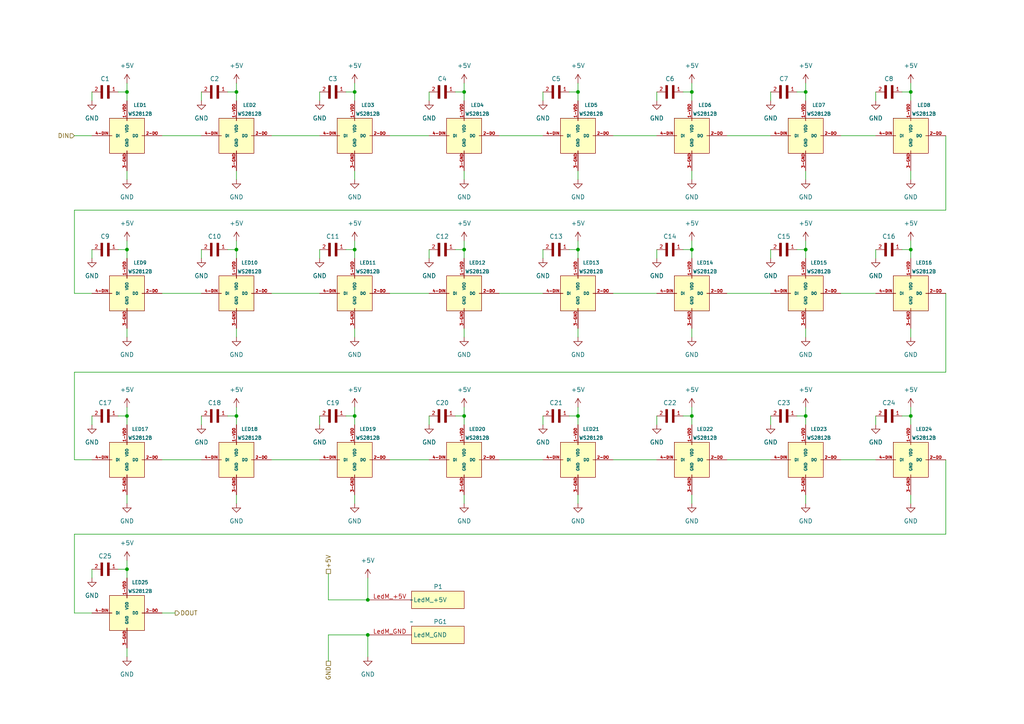
<source format=kicad_sch>
(kicad_sch (version 20230121) (generator eeschema)
  (paper "A4")
  (title_block (title "Led Matrix ") (date "26/11/2023") (rev "1.0"))
  (junction (at 134.62 72.39))
  (junction (at 36.83 26.67))
  (junction (at 264.16 26.67))
  (junction (at 106.68 173.99))
  (junction (at 200.66 26.67))
  (junction (at 68.58 26.67))
  (junction (at 134.62 26.67))
  (junction (at 36.83 120.65))
  (junction (at 200.66 120.65))
  (junction (at 167.64 120.65))
  (junction (at 134.62 120.65))
  (junction (at 264.16 120.65))
  (junction (at 167.64 72.39))
  (junction (at 167.64 26.67))
  (junction (at 264.16 72.39))
  (junction (at 233.68 72.39))
  (junction (at 68.58 72.39))
  (junction (at 36.83 165.1))
  (junction (at 233.68 120.65))
  (junction (at 233.68 26.67))
  (junction (at 68.58 120.65))
  (junction (at 102.87 120.65))
  (junction (at 36.83 72.39))
  (junction (at 102.87 72.39))
  (junction (at 102.87 26.67))
  (junction (at 200.66 72.39))
  (junction (at 106.68 184.15))
  (wire (pts (xy 134.62 24.13) (xy 134.62 26.67)))
  (wire (pts (xy 124.46 120.65) (xy 124.46 123.19)))
  (wire (pts (xy 243.84 39.37) (xy 254 39.37)))
  (wire (pts (xy 34.29 72.39) (xy 36.83 72.39)))
  (wire (pts (xy 46.99 85.09) (xy 58.42 85.09)))
  (wire (pts (xy 100.33 26.67) (xy 102.87 26.67)))
  (wire (pts (xy 200.66 120.65) (xy 200.66 123.19)))
  (wire (pts (xy 21.59 133.35) (xy 26.67 133.35)))
  (wire (pts (xy 167.64 118.11) (xy 167.64 120.65)))
  (wire (pts (xy 233.68 24.13) (xy 233.68 26.67)))
  (wire (pts (xy 233.68 143.51) (xy 233.68 146.05)))
  (wire (pts (xy 264.16 143.51) (xy 264.16 146.05)))
  (wire (pts (xy 92.71 120.65) (xy 92.71 123.19)))
  (wire (pts (xy 243.84 85.09) (xy 254 85.09)))
  (wire (pts (xy 102.87 49.53) (xy 102.87 52.07)))
  (wire (pts (xy 102.87 72.39) (xy 102.87 74.93)))
  (wire (pts (xy 106.68 167.64) (xy 106.68 173.99)))
  (wire (pts (xy 36.83 143.51) (xy 36.83 146.05)))
  (wire (pts (xy 26.67 72.39) (xy 26.67 74.93)))
  (wire (pts (xy 46.99 39.37) (xy 58.42 39.37)))
  (wire (pts (xy 66.04 120.65) (xy 68.58 120.65)))
  (wire (pts (xy 167.64 26.67) (xy 167.64 29.21)))
  (wire (pts (xy 66.04 72.39) (xy 68.58 72.39)))
  (wire (pts (xy 46.99 133.35) (xy 58.42 133.35)))
  (wire (pts (xy 177.8 39.37) (xy 190.5 39.37)))
  (wire (pts (xy 198.12 72.39) (xy 200.66 72.39)))
  (wire (pts (xy 100.33 72.39) (xy 102.87 72.39)))
  (wire (pts (xy 157.48 26.67) (xy 157.48 29.21)))
  (wire (pts (xy 92.71 72.39) (xy 92.71 74.93)))
  (wire (pts (xy 21.59 85.09) (xy 26.67 85.09)))
  (wire (pts (xy 134.62 143.51) (xy 134.62 146.05)))
  (wire (pts (xy 254 120.65) (xy 254 123.19)))
  (wire (pts (xy 68.58 26.67) (xy 68.58 29.21)))
  (wire (pts (xy 34.29 165.1) (xy 36.83 165.1)))
  (wire (pts (xy 233.68 72.39) (xy 233.68 74.93)))
  (wire (pts (xy 58.42 26.67) (xy 58.42 29.21)))
  (wire (pts (xy 36.83 162.56) (xy 36.83 165.1)))
  (wire (pts (xy 134.62 26.67) (xy 134.62 29.21)))
  (wire (pts (xy 233.68 49.53) (xy 233.68 52.07)))
  (wire (pts (xy 68.58 49.53) (xy 68.58 52.07)))
  (wire (pts (xy 134.62 72.39) (xy 134.62 74.93)))
  (wire (pts (xy 21.59 107.95) (xy 21.59 133.35)))
  (wire (pts (xy 102.87 24.13) (xy 102.87 26.67)))
  (wire (pts (xy 102.87 120.65) (xy 102.87 123.19)))
  (wire (pts (xy 200.66 24.13) (xy 200.66 26.67)))
  (wire (pts (xy 198.12 26.67) (xy 200.66 26.67)))
  (wire (pts (xy 190.5 26.67) (xy 190.5 29.21)))
  (wire (pts (xy 26.67 165.1) (xy 26.67 167.64)))
  (wire (pts (xy 274.32 85.09) (xy 274.32 107.95)))
  (wire (pts (xy 200.66 143.51) (xy 200.66 146.05)))
  (wire (pts (xy 132.08 120.65) (xy 134.62 120.65)))
  (wire (pts (xy 223.52 26.67) (xy 223.52 29.21)))
  (wire (pts (xy 134.62 49.53) (xy 134.62 52.07)))
  (wire (pts (xy 36.83 24.13) (xy 36.83 26.67)))
  (wire (pts (xy 177.8 85.09) (xy 190.5 85.09)))
  (wire (pts (xy 157.48 120.65) (xy 157.48 123.19)))
  (wire (pts (xy 165.1 26.67) (xy 167.64 26.67)))
  (wire (pts (xy 231.14 26.67) (xy 233.68 26.67)))
  (wire (pts (xy 167.64 24.13) (xy 167.64 26.67)))
  (wire (pts (xy 102.87 69.85) (xy 102.87 72.39)))
  (wire (pts (xy 264.16 120.65) (xy 264.16 123.19)))
  (wire (pts (xy 102.87 95.25) (xy 102.87 97.79)))
  (wire (pts (xy 68.58 72.39) (xy 68.58 74.93)))
  (wire (pts (xy 68.58 118.11) (xy 68.58 120.65)))
  (wire (pts (xy 102.87 26.67) (xy 102.87 29.21)))
  (wire (pts (xy 36.83 49.53) (xy 36.83 52.07)))
  (wire (pts (xy 210.82 85.09) (xy 223.52 85.09)))
  (wire (pts (xy 68.58 120.65) (xy 68.58 123.19)))
  (wire (pts (xy 134.62 69.85) (xy 134.62 72.39)))
  (wire (pts (xy 92.71 26.67) (xy 92.71 29.21)))
  (wire (pts (xy 26.67 26.67) (xy 26.67 29.21)))
  (wire (pts (xy 200.66 118.11) (xy 200.66 120.65)))
  (wire (pts (xy 102.87 143.51) (xy 102.87 146.05)))
  (wire (pts (xy 223.52 72.39) (xy 223.52 74.93)))
  (wire (pts (xy 264.16 24.13) (xy 264.16 26.67)))
  (wire (pts (xy 132.08 26.67) (xy 134.62 26.67)))
  (wire (pts (xy 190.5 72.39) (xy 190.5 74.93)))
  (wire (pts (xy 66.04 26.67) (xy 68.58 26.67)))
  (wire (pts (xy 36.83 69.85) (xy 36.83 72.39)))
  (wire (pts (xy 36.83 72.39) (xy 36.83 74.93)))
  (wire (pts (xy 113.03 39.37) (xy 124.46 39.37)))
  (wire (pts (xy 233.68 120.65) (xy 233.68 123.19)))
  (wire (pts (xy 113.03 85.09) (xy 124.46 85.09)))
  (wire (pts (xy 36.83 120.65) (xy 36.83 123.19)))
  (wire (pts (xy 200.66 69.85) (xy 200.66 72.39)))
  (wire (pts (xy 274.32 154.94) (xy 21.59 154.94)))
  (wire (pts (xy 233.68 69.85) (xy 233.68 72.39)))
  (wire (pts (xy 167.64 95.25) (xy 167.64 97.79)))
  (wire (pts (xy 21.59 60.96) (xy 21.59 85.09)))
  (wire (pts (xy 233.68 26.67) (xy 233.68 29.21)))
  (wire (pts (xy 165.1 72.39) (xy 167.64 72.39)))
  (wire (pts (xy 124.46 26.67) (xy 124.46 29.21)))
  (wire (pts (xy 134.62 118.11) (xy 134.62 120.65)))
  (wire (pts (xy 190.5 120.65) (xy 190.5 123.19)))
  (wire (pts (xy 36.83 26.67) (xy 36.83 29.21)))
  (wire (pts (xy 36.83 95.25) (xy 36.83 97.79)))
  (wire (pts (xy 210.82 39.37) (xy 223.52 39.37)))
  (wire (pts (xy 200.66 72.39) (xy 200.66 74.93)))
  (wire (pts (xy 165.1 120.65) (xy 167.64 120.65)))
  (wire (pts (xy 21.59 177.8) (xy 26.67 177.8)))
  (wire (pts (xy 68.58 69.85) (xy 68.58 72.39)))
  (wire (pts (xy 144.78 85.09) (xy 157.48 85.09)))
  (wire (pts (xy 177.8 133.35) (xy 190.5 133.35)))
  (wire (pts (xy 46.99 177.8) (xy 50.8 177.8)))
  (wire (pts (xy 243.84 133.35) (xy 254 133.35)))
  (wire (pts (xy 233.68 95.25) (xy 233.68 97.79)))
  (wire (pts (xy 124.46 72.39) (xy 124.46 74.93)))
  (wire (pts (xy 264.16 69.85) (xy 264.16 72.39)))
  (wire (pts (xy 167.64 72.39) (xy 167.64 74.93)))
  (wire (pts (xy 231.14 120.65) (xy 233.68 120.65)))
  (wire (pts (xy 274.32 60.96) (xy 21.59 60.96)))
  (wire (pts (xy 274.32 39.37) (xy 274.32 60.96)))
  (wire (pts (xy 264.16 26.67) (xy 264.16 29.21)))
  (wire (pts (xy 254 26.67) (xy 254 29.21)))
  (wire (pts (xy 95.25 184.15) (xy 106.68 184.15)))
  (wire (pts (xy 132.08 72.39) (xy 134.62 72.39)))
  (wire (pts (xy 36.83 187.96) (xy 36.83 190.5)))
  (wire (pts (xy 264.16 72.39) (xy 264.16 74.93)))
  (wire (pts (xy 254 72.39) (xy 254 74.93)))
  (wire (pts (xy 34.29 120.65) (xy 36.83 120.65)))
  (wire (pts (xy 167.64 49.53) (xy 167.64 52.07)))
  (wire (pts (xy 113.03 133.35) (xy 124.46 133.35)))
  (wire (pts (xy 36.83 165.1) (xy 36.83 167.64)))
  (wire (pts (xy 231.14 72.39) (xy 233.68 72.39)))
  (wire (pts (xy 36.83 118.11) (xy 36.83 120.65)))
  (wire (pts (xy 106.68 184.15) (xy 106.68 190.5)))
  (wire (pts (xy 144.78 133.35) (xy 157.48 133.35)))
  (wire (pts (xy 264.16 49.53) (xy 264.16 52.07)))
  (wire (pts (xy 200.66 49.53) (xy 200.66 52.07)))
  (wire (pts (xy 167.64 120.65) (xy 167.64 123.19)))
  (wire (pts (xy 261.62 26.67) (xy 264.16 26.67)))
  (wire (pts (xy 100.33 120.65) (xy 102.87 120.65)))
  (wire (pts (xy 200.66 95.25) (xy 200.66 97.79)))
  (wire (pts (xy 78.74 39.37) (xy 92.71 39.37)))
  (wire (pts (xy 264.16 118.11) (xy 264.16 120.65)))
  (wire (pts (xy 167.64 69.85) (xy 167.64 72.39)))
  (wire (pts (xy 68.58 95.25) (xy 68.58 97.79)))
  (wire (pts (xy 261.62 120.65) (xy 264.16 120.65)))
  (wire (pts (xy 78.74 133.35) (xy 92.71 133.35)))
  (wire (pts (xy 68.58 143.51) (xy 68.58 146.05)))
  (wire (pts (xy 210.82 133.35) (xy 223.52 133.35)))
  (wire (pts (xy 261.62 72.39) (xy 264.16 72.39)))
  (wire (pts (xy 233.68 118.11) (xy 233.68 120.65)))
  (wire (pts (xy 26.67 120.65) (xy 26.67 123.19)))
  (wire (pts (xy 95.25 191.77) (xy 95.25 184.15)))
  (wire (pts (xy 58.42 72.39) (xy 58.42 74.93)))
  (wire (pts (xy 34.29 26.67) (xy 36.83 26.67)))
  (wire (pts (xy 95.25 166.37) (xy 95.25 173.99)))
  (wire (pts (xy 264.16 95.25) (xy 264.16 97.79)))
  (wire (pts (xy 68.58 24.13) (xy 68.58 26.67)))
  (wire (pts (xy 21.59 154.94) (xy 21.59 177.8)))
  (wire (pts (xy 223.52 120.65) (xy 223.52 123.19)))
  (wire (pts (xy 157.48 72.39) (xy 157.48 74.93)))
  (wire (pts (xy 95.25 173.99) (xy 106.68 173.99)))
  (wire (pts (xy 274.32 107.95) (xy 21.59 107.95)))
  (wire (pts (xy 200.66 26.67) (xy 200.66 29.21)))
  (wire (pts (xy 144.78 39.37) (xy 157.48 39.37)))
  (wire (pts (xy 78.74 85.09) (xy 92.71 85.09)))
  (wire (pts (xy 21.59 39.37) (xy 26.67 39.37)))
  (wire (pts (xy 134.62 95.25) (xy 134.62 97.79)))
  (wire (pts (xy 58.42 120.65) (xy 58.42 123.19)))
  (wire (pts (xy 102.87 118.11) (xy 102.87 120.65)))
  (wire (pts (xy 134.62 120.65) (xy 134.62 123.19)))
  (wire (pts (xy 167.64 143.51) (xy 167.64 146.05)))
  (wire (pts (xy 274.32 133.35) (xy 274.32 154.94)))
  (wire (pts (xy 198.12 120.65) (xy 200.66 120.65)))
  (hierarchical_label "+5V" (shape passive) (at 95.25 166.37 90))
  (hierarchical_label "DIN" (shape input) (at 21.59 39.37 180))
  (hierarchical_label "GND" (shape passive) (at 95.25 191.77 270))
  (hierarchical_label "DOUT" (shape output) (at 50.8 177.8 0))
  (symbol (lib_id "power:+5V") (at 68.58 24.13 0) (unit 1)
    (property "Reference" "#PWR03" (effects hide))
    (property "Value" "+5V" (at 68.58 19.05 0))
    (instances (project "DevBoard" (path "" (reference "#PWR03") (unit 1)) (path "" (reference "#PWR077") (unit 1)) (path "" (reference "#PWR0152") (unit 1)) (path "" (reference "#PWR0227") (unit 1)) (path "" (reference "#PWR0302") (unit 1)) (path "" (reference "#PWR0377") (unit 1)) (path "" (reference "#PWR0452") (unit 1))))
  )
  (symbol (lib_id "power:GND") (at 264.16 52.07 0) (unit 1)
    (property "Reference" "#PWR024" (effects hide))
    (property "Value" "GND" (at 264.16 57.15 0))
    (instances (project "DevBoard" (path "" (reference "#PWR024") (unit 1)) (path "" (reference "#PWR099") (unit 1)) (path "" (reference "#PWR0174") (unit 1)) (path "" (reference "#PWR0249") (unit 1)) (path "" (reference "#PWR0324") (unit 1)) (path "" (reference "#PWR0399") (unit 1)) (path "" (reference "#PWR0474") (unit 1))))
  )
  (symbol (lib_id "power:GND") (at 68.58 97.79 0) (unit 1)
    (property "Reference" "#PWR042" (effects hide))
    (property "Value" "GND" (at 68.58 102.87 0))
    (instances (project "DevBoard" (path "" (reference "#PWR042") (unit 1)) (path "" (reference "#PWR0117") (unit 1)) (path "" (reference "#PWR0192") (unit 1)) (path "" (reference "#PWR0267") (unit 1)) (path "" (reference "#PWR0342") (unit 1)) (path "" (reference "#PWR0417") (unit 1)) (path "" (reference "#PWR0492") (unit 1))))
  )
  (symbol (lib_id "power:GND") (at 233.68 97.79 0) (unit 1)
    (property "Reference" "#PWR047" (effects hide))
    (property "Value" "GND" (at 233.68 102.87 0))
    (instances (project "DevBoard" (path "" (reference "#PWR047") (unit 1)) (path "" (reference "#PWR0122") (unit 1)) (path "" (reference "#PWR0197") (unit 1)) (path "" (reference "#PWR0272") (unit 1)) (path "" (reference "#PWR0347") (unit 1)) (path "" (reference "#PWR0422") (unit 1)) (path "" (reference "#PWR0497") (unit 1))))
  )
  (symbol (lib_id "LD031A101GAB2A:LD031A101GAB2A") (at 160.02 26.67 0) (unit 1)
    (property "Reference" "C5" (at 161.29 22.86 0))
    (property "Value" "LD031A101GAB2A" (effects hide))
    (property "Footprint" "LD031A101GAB2A:CAPC1608X90" (effects hide))
    (property "MF" "AVX" (effects hide))
    (property "Description" "\nCeramic Capacitor\n" (effects hide))
    (property "Package" "0603 AVX" (effects hide))
    (property "Price" "None" (effects hide))
    (property "SnapEDA_Link" "https://www.snapeda.com/parts/LD031A101GAB2A/AVX/view-part/?ref=snap" (effects hide))
    (property "MP" "LD031A101GAB2A" (effects hide))
    (property "Purchase-URL" "https://www.snapeda.com/api/url_track_click_mouser/?unipart_id=1973966&manufacturer=AVX&part_name=LD031A101GAB2A&search_term=0603 capacitor" (effects hide))
    (property "Availability" "In Stock" (effects hide))
    (property "Check_prices" "https://www.snapeda.com/parts/LD031A101GAB2A/AVX/view-part/?ref=eda" (effects hide))
    (instances (project "DevBoard" (path "" (reference "C5") (unit 1)) (path "" (reference "C30") (unit 1)) (path "" (reference "C55") (unit 1)) (path "" (reference "C80") (unit 1)) (path "" (reference "C105") (unit 1)) (path "" (reference "C130") (unit 1)) (path "" (reference "C155") (unit 1))))
  )
  (symbol (lib_id "WS2812B:WS2812B") (at 167.64 134.62 0) (unit 1)
    (property "Reference" "LED21" (at 171.45 124.46 0) (effects (font (size 1 1))))
    (property "Value" "WS2812B" (at 171.45 127 0) (effects (font (size 1 1))))
    (property "Footprint" "WS2812B:WS2812B" (effects hide))
    (property "MF" "Adafruit Industries" (effects hide))
    (property "Description" "\nAddressable Lighting series 50 LED Discrete Serial (Shift Register) Red, Green, Blue (RGB) 9.10mm L x 9.10mm W\n" (effects hide))
    (property "Package" "None" (effects hide))
    (property "Price" "None" (effects hide))
    (property "SnapEDA_Link" "https://www.snapeda.com/parts/WS2812B/Adafruit+Industries/view-part/?ref=snap" (effects hide))
    (property "MP" "WS2812B" (effects hide))
    (property "Availability" "Not in stock" (effects hide))
    (property "Check_prices" "https://www.snapeda.com/parts/WS2812B/Adafruit+Industries/view-part/?ref=eda" (effects hide))
    (instances (project "DevBoard" (path "" (reference "LED21") (unit 1)) (path "" (reference "LED46") (unit 1)) (path "" (reference "LED71") (unit 1)) (path "" (reference "LED96") (unit 1)) (path "" (reference "LED121") (unit 1)) (path "" (reference "LED146") (unit 1)) (path "" (reference "LED171") (unit 1))))
  )
  (symbol (lib_id "WS2812B:WS2812B") (at 102.87 134.62 0) (unit 1)
    (property "Reference" "LED19" (at 106.68 124.46 0) (effects (font (size 1 1))))
    (property "Value" "WS2812B" (at 106.68 127 0) (effects (font (size 1 1))))
    (property "Footprint" "WS2812B:WS2812B" (effects hide))
    (property "MF" "Adafruit Industries" (effects hide))
    (property "Description" "\nAddressable Lighting series 50 LED Discrete Serial (Shift Register) Red, Green, Blue (RGB) 9.10mm L x 9.10mm W\n" (effects hide))
    (property "Package" "None" (effects hide))
    (property "Price" "None" (effects hide))
    (property "SnapEDA_Link" "https://www.snapeda.com/parts/WS2812B/Adafruit+Industries/view-part/?ref=snap" (effects hide))
    (property "MP" "WS2812B" (effects hide))
    (property "Availability" "Not in stock" (effects hide))
    (property "Check_prices" "https://www.snapeda.com/parts/WS2812B/Adafruit+Industries/view-part/?ref=eda" (effects hide))
    (instances (project "DevBoard" (path "" (reference "LED19") (unit 1)) (path "" (reference "LED44") (unit 1)) (path "" (reference "LED69") (unit 1)) (path "" (reference "LED94") (unit 1)) (path "" (reference "LED119") (unit 1)) (path "" (reference "LED144") (unit 1)) (path "" (reference "LED169") (unit 1))))
  )
  (symbol (lib_id "power:+5V") (at 36.83 24.13 0) (unit 1)
    (property "Reference" "#PWR01" (effects hide))
    (property "Value" "+5V" (at 36.83 19.05 0))
    (instances (project "DevBoard" (path "" (reference "#PWR01") (unit 1)) (path "" (reference "#PWR076") (unit 1)) (path "" (reference "#PWR0151") (unit 1)) (path "" (reference "#PWR0226") (unit 1)) (path "" (reference "#PWR0301") (unit 1)) (path "" (reference "#PWR0376") (unit 1)) (path "" (reference "#PWR0451") (unit 1))))
  )
  (symbol (lib_id "power:GND") (at 134.62 52.07 0) (unit 1)
    (property "Reference" "#PWR011" (effects hide))
    (property "Value" "GND" (at 134.62 57.15 0))
    (instances (project "DevBoard" (path "" (reference "#PWR011") (unit 1)) (path "" (reference "#PWR095") (unit 1)) (path "" (reference "#PWR0170") (unit 1)) (path "" (reference "#PWR0245") (unit 1)) (path "" (reference "#PWR0320") (unit 1)) (path "" (reference "#PWR0395") (unit 1)) (path "" (reference "#PWR0470") (unit 1))))
  )
  (symbol (lib_id "power:+5V") (at 102.87 69.85 0) (unit 1)
    (property "Reference" "#PWR027" (effects hide))
    (property "Value" "+5V" (at 102.87 64.77 0))
    (instances (project "DevBoard" (path "" (reference "#PWR027") (unit 1)) (path "" (reference "#PWR0102") (unit 1)) (path "" (reference "#PWR0177") (unit 1)) (path "" (reference "#PWR0252") (unit 1)) (path "" (reference "#PWR0327") (unit 1)) (path "" (reference "#PWR0402") (unit 1)) (path "" (reference "#PWR0477") (unit 1))))
  )
  (symbol (lib_id "WS2812B:WS2812B") (at 68.58 40.64 0) (unit 1)
    (property "Reference" "LED2" (at 72.39 30.48 0) (effects (font (size 1 1))))
    (property "Value" "WS2812B" (at 72.39 33.02 0) (effects (font (size 1 1))))
    (property "Footprint" "WS2812B:WS2812B" (effects hide))
    (property "MF" "Adafruit Industries" (effects hide))
    (property "Description" "\nAddressable Lighting series 50 LED Discrete Serial (Shift Register) Red, Green, Blue (RGB) 9.10mm L x 9.10mm W\n" (effects hide))
    (property "Package" "None" (effects hide))
    (property "Price" "None" (effects hide))
    (property "SnapEDA_Link" "https://www.snapeda.com/parts/WS2812B/Adafruit+Industries/view-part/?ref=snap" (effects hide))
    (property "MP" "WS2812B" (effects hide))
    (property "Availability" "Not in stock" (effects hide))
    (property "Check_prices" "https://www.snapeda.com/parts/WS2812B/Adafruit+Industries/view-part/?ref=eda" (effects hide))
    (instances (project "DevBoard" (path "" (reference "LED2") (unit 1)) (path "" (reference "LED27") (unit 1)) (path "" (reference "LED52") (unit 1)) (path "" (reference "LED77") (unit 1)) (path "" (reference "LED102") (unit 1)) (path "" (reference "LED127") (unit 1)) (path "" (reference "LED152") (unit 1))))
  )
  (symbol (lib_id "WS2812B:WS2812B") (at 167.64 86.36 0) (unit 1)
    (property "Reference" "LED13" (at 171.45 76.2 0) (effects (font (size 1 1))))
    (property "Value" "WS2812B" (at 171.45 78.74 0) (effects (font (size 1 1))))
    (property "Footprint" "WS2812B:WS2812B" (effects hide))
    (property "MF" "Adafruit Industries" (effects hide))
    (property "Description" "\nAddressable Lighting series 50 LED Discrete Serial (Shift Register) Red, Green, Blue (RGB) 9.10mm L x 9.10mm W\n" (effects hide))
    (property "Package" "None" (effects hide))
    (property "Price" "None" (effects hide))
    (property "SnapEDA_Link" "https://www.snapeda.com/parts/WS2812B/Adafruit+Industries/view-part/?ref=snap" (effects hide))
    (property "MP" "WS2812B" (effects hide))
    (property "Availability" "Not in stock" (effects hide))
    (property "Check_prices" "https://www.snapeda.com/parts/WS2812B/Adafruit+Industries/view-part/?ref=eda" (effects hide))
    (instances (project "DevBoard" (path "" (reference "LED13") (unit 1)) (path "" (reference "LED38") (unit 1)) (path "" (reference "LED63") (unit 1)) (path "" (reference "LED88") (unit 1)) (path "" (reference "LED113") (unit 1)) (path "" (reference "LED138") (unit 1)) (path "" (reference "LED163") (unit 1))))
  )
  (symbol (lib_id "power:GND") (at 223.52 123.19 0) (unit 1)
    (property "Reference" "#PWR063" (effects hide))
    (property "Value" "GND" (at 223.52 128.27 0))
    (instances (project "DevBoard" (path "" (reference "#PWR063") (unit 1)) (path "" (reference "#PWR0138") (unit 1)) (path "" (reference "#PWR0213") (unit 1)) (path "" (reference "#PWR0288") (unit 1)) (path "" (reference "#PWR0363") (unit 1)) (path "" (reference "#PWR0438") (unit 1)) (path "" (reference "#PWR0513") (unit 1))))
  )
  (symbol (lib_id "power:GND") (at 102.87 97.79 0) (unit 1)
    (property "Reference" "#PWR043" (effects hide))
    (property "Value" "GND" (at 102.87 102.87 0))
    (instances (project "DevBoard" (path "" (reference "#PWR043") (unit 1)) (path "" (reference "#PWR0118") (unit 1)) (path "" (reference "#PWR0193") (unit 1)) (path "" (reference "#PWR0268") (unit 1)) (path "" (reference "#PWR0343") (unit 1)) (path "" (reference "#PWR0418") (unit 1)) (path "" (reference "#PWR0493") (unit 1))))
  )
  (symbol (lib_id "power:+5V") (at 167.64 24.13 0) (unit 1)
    (property "Reference" "#PWR012" (effects hide))
    (property "Value" "+5V" (at 167.64 19.05 0))
    (instances (project "DevBoard" (path "" (reference "#PWR012") (unit 1)) (path "" (reference "#PWR080") (unit 1)) (path "" (reference "#PWR0155") (unit 1)) (path "" (reference "#PWR0230") (unit 1)) (path "" (reference "#PWR0305") (unit 1)) (path "" (reference "#PWR0380") (unit 1)) (path "" (reference "#PWR0455") (unit 1))))
  )
  (symbol (lib_id "LD031A101GAB2A:LD031A101GAB2A") (at 193.04 120.65 0) (unit 1)
    (property "Reference" "C22" (at 194.31 116.84 0))
    (property "Value" "LD031A101GAB2A" (effects hide))
    (property "Footprint" "LD031A101GAB2A:CAPC1608X90" (effects hide))
    (property "MF" "AVX" (effects hide))
    (property "Description" "\nCeramic Capacitor\n" (effects hide))
    (property "Package" "0603 AVX" (effects hide))
    (property "Price" "None" (effects hide))
    (property "SnapEDA_Link" "https://www.snapeda.com/parts/LD031A101GAB2A/AVX/view-part/?ref=snap" (effects hide))
    (property "MP" "LD031A101GAB2A" (effects hide))
    (property "Purchase-URL" "https://www.snapeda.com/api/url_track_click_mouser/?unipart_id=1973966&manufacturer=AVX&part_name=LD031A101GAB2A&search_term=0603 capacitor" (effects hide))
    (property "Availability" "In Stock" (effects hide))
    (property "Check_prices" "https://www.snapeda.com/parts/LD031A101GAB2A/AVX/view-part/?ref=eda" (effects hide))
    (instances (project "DevBoard" (path "" (reference "C22") (unit 1)) (path "" (reference "C47") (unit 1)) (path "" (reference "C72") (unit 1)) (path "" (reference "C97") (unit 1)) (path "" (reference "C122") (unit 1)) (path "" (reference "C147") (unit 1)) (path "" (reference "C172") (unit 1))))
  )
  (symbol (lib_id "power:GND") (at 102.87 52.07 0) (unit 1)
    (property "Reference" "#PWR08" (effects hide))
    (property "Value" "GND" (at 102.87 57.15 0))
    (instances (project "DevBoard" (path "" (reference "#PWR08") (unit 1)) (path "" (reference "#PWR094") (unit 1)) (path "" (reference "#PWR0169") (unit 1)) (path "" (reference "#PWR0244") (unit 1)) (path "" (reference "#PWR0319") (unit 1)) (path "" (reference "#PWR0394") (unit 1)) (path "" (reference "#PWR0469") (unit 1))))
  )
  (symbol (lib_id "power:+5V") (at 106.68 167.64 0) (unit 1)
    (property "Reference" "#PWR0526" (effects hide))
    (property "Value" "+5V" (at 106.68 162.56 0))
    (instances (project "DevBoard" (path "" (reference "#PWR0526") (unit 1)) (path "" (reference "#PWR0527") (unit 1)) (path "" (reference "#PWR0528") (unit 1)) (path "" (reference "#PWR0529") (unit 1)) (path "" (reference "#PWR0530") (unit 1)) (path "" (reference "#PWR0531") (unit 1)) (path "" (reference "#PWR0532") (unit 1))))
  )
  (symbol (lib_id "LD031A101GAB2A:LD031A101GAB2A") (at 29.21 26.67 0) (unit 1)
    (property "Reference" "C1" (at 30.48 22.86 0))
    (property "Value" "LD031A101GAB2A" (effects hide))
    (property "Footprint" "LD031A101GAB2A:CAPC1608X90" (effects hide))
    (property "MF" "AVX" (effects hide))
    (property "Description" "\nCeramic Capacitor\n" (effects hide))
    (property "Package" "0603 AVX" (effects hide))
    (property "Price" "None" (effects hide))
    (property "SnapEDA_Link" "https://www.snapeda.com/parts/LD031A101GAB2A/AVX/view-part/?ref=snap" (effects hide))
    (property "MP" "LD031A101GAB2A" (effects hide))
    (property "Purchase-URL" "https://www.snapeda.com/api/url_track_click_mouser/?unipart_id=1973966&manufacturer=AVX&part_name=LD031A101GAB2A&search_term=0603 capacitor" (effects hide))
    (property "Availability" "In Stock" (effects hide))
    (property "Check_prices" "https://www.snapeda.com/parts/LD031A101GAB2A/AVX/view-part/?ref=eda" (effects hide))
    (instances (project "DevBoard" (path "" (reference "C1") (unit 1)) (path "" (reference "C26") (unit 1)) (path "" (reference "C51") (unit 1)) (path "" (reference "C76") (unit 1)) (path "" (reference "C101") (unit 1)) (path "" (reference "C126") (unit 1)) (path "" (reference "C151") (unit 1))))
  )
  (symbol (lib_id "power:+5V") (at 68.58 69.85 0) (unit 1)
    (property "Reference" "#PWR026" (effects hide))
    (property "Value" "+5V" (at 68.58 64.77 0))
    (instances (project "DevBoard" (path "" (reference "#PWR026") (unit 1)) (path "" (reference "#PWR0101") (unit 1)) (path "" (reference "#PWR0176") (unit 1)) (path "" (reference "#PWR0251") (unit 1)) (path "" (reference "#PWR0326") (unit 1)) (path "" (reference "#PWR0401") (unit 1)) (path "" (reference "#PWR0476") (unit 1))))
  )
  (symbol (lib_id "power:GND") (at 58.42 123.19 0) (unit 1)
    (property "Reference" "#PWR058" (effects hide))
    (property "Value" "GND" (at 58.42 128.27 0))
    (instances (project "DevBoard" (path "" (reference "#PWR058") (unit 1)) (path "" (reference "#PWR0133") (unit 1)) (path "" (reference "#PWR0208") (unit 1)) (path "" (reference "#PWR0283") (unit 1)) (path "" (reference "#PWR0358") (unit 1)) (path "" (reference "#PWR0433") (unit 1)) (path "" (reference "#PWR0508") (unit 1))))
  )
  (symbol (lib_id "power:GND") (at 68.58 52.07 0) (unit 1)
    (property "Reference" "#PWR05" (effects hide))
    (property "Value" "GND" (at 68.58 57.15 0))
    (instances (project "DevBoard" (path "" (reference "#PWR05") (unit 1)) (path "" (reference "#PWR093") (unit 1)) (path "" (reference "#PWR0168") (unit 1)) (path "" (reference "#PWR0243") (unit 1)) (path "" (reference "#PWR0318") (unit 1)) (path "" (reference "#PWR0393") (unit 1)) (path "" (reference "#PWR0468") (unit 1))))
  )
  (symbol (lib_id "power:GND") (at 157.48 29.21 0) (unit 1)
    (property "Reference" "#PWR013" (effects hide))
    (property "Value" "GND" (at 157.48 34.29 0))
    (instances (project "DevBoard" (path "" (reference "#PWR013") (unit 1)) (path "" (reference "#PWR088") (unit 1)) (path "" (reference "#PWR0163") (unit 1)) (path "" (reference "#PWR0238") (unit 1)) (path "" (reference "#PWR0313") (unit 1)) (path "" (reference "#PWR0388") (unit 1)) (path "" (reference "#PWR0463") (unit 1))))
  )
  (symbol (lib_id "WS2812B:WS2812B") (at 68.58 86.36 0) (unit 1)
    (property "Reference" "LED10" (at 72.39 76.2 0) (effects (font (size 1 1))))
    (property "Value" "WS2812B" (at 72.39 78.74 0) (effects (font (size 1 1))))
    (property "Footprint" "WS2812B:WS2812B" (effects hide))
    (property "MF" "Adafruit Industries" (effects hide))
    (property "Description" "\nAddressable Lighting series 50 LED Discrete Serial (Shift Register) Red, Green, Blue (RGB) 9.10mm L x 9.10mm W\n" (effects hide))
    (property "Package" "None" (effects hide))
    (property "Price" "None" (effects hide))
    (property "SnapEDA_Link" "https://www.snapeda.com/parts/WS2812B/Adafruit+Industries/view-part/?ref=snap" (effects hide))
    (property "MP" "WS2812B" (effects hide))
    (property "Availability" "Not in stock" (effects hide))
    (property "Check_prices" "https://www.snapeda.com/parts/WS2812B/Adafruit+Industries/view-part/?ref=eda" (effects hide))
    (instances (project "DevBoard" (path "" (reference "LED10") (unit 1)) (path "" (reference "LED35") (unit 1)) (path "" (reference "LED60") (unit 1)) (path "" (reference "LED85") (unit 1)) (path "" (reference "LED110") (unit 1)) (path "" (reference "LED135") (unit 1)) (path "" (reference "LED160") (unit 1))))
  )
  (symbol (lib_id "LD031A101GAB2A:LD031A101GAB2A") (at 160.02 72.39 0) (unit 1)
    (property "Reference" "C13" (at 161.29 68.58 0))
    (property "Value" "LD031A101GAB2A" (effects hide))
    (property "Footprint" "LD031A101GAB2A:CAPC1608X90" (effects hide))
    (property "MF" "AVX" (effects hide))
    (property "Description" "\nCeramic Capacitor\n" (effects hide))
    (property "Package" "0603 AVX" (effects hide))
    (property "Price" "None" (effects hide))
    (property "SnapEDA_Link" "https://www.snapeda.com/parts/LD031A101GAB2A/AVX/view-part/?ref=snap" (effects hide))
    (property "MP" "LD031A101GAB2A" (effects hide))
    (property "Purchase-URL" "https://www.snapeda.com/api/url_track_click_mouser/?unipart_id=1973966&manufacturer=AVX&part_name=LD031A101GAB2A&search_term=0603 capacitor" (effects hide))
    (property "Availability" "In Stock" (effects hide))
    (property "Check_prices" "https://www.snapeda.com/parts/LD031A101GAB2A/AVX/view-part/?ref=eda" (effects hide))
    (instances (project "DevBoard" (path "" (reference "C13") (unit 1)) (path "" (reference "C38") (unit 1)) (path "" (reference "C63") (unit 1)) (path "" (reference "C88") (unit 1)) (path "" (reference "C113") (unit 1)) (path "" (reference "C138") (unit 1)) (path "" (reference "C163") (unit 1))))
  )
  (symbol (lib_id "power:GND") (at 254 29.21 0) (unit 1)
    (property "Reference" "#PWR023" (effects hide))
    (property "Value" "GND" (at 254 34.29 0))
    (instances (project "DevBoard" (path "" (reference "#PWR023") (unit 1)) (path "" (reference "#PWR091") (unit 1)) (path "" (reference "#PWR0166") (unit 1)) (path "" (reference "#PWR0241") (unit 1)) (path "" (reference "#PWR0316") (unit 1)) (path "" (reference "#PWR0391") (unit 1)) (path "" (reference "#PWR0466") (unit 1))))
  )
  (symbol (lib_id "LD031A101GAB2A:LD031A101GAB2A") (at 193.04 72.39 0) (unit 1)
    (property "Reference" "C14" (at 194.31 68.58 0))
    (property "Value" "LD031A101GAB2A" (effects hide))
    (property "Footprint" "LD031A101GAB2A:CAPC1608X90" (effects hide))
    (property "MF" "AVX" (effects hide))
    (property "Description" "\nCeramic Capacitor\n" (effects hide))
    (property "Package" "0603 AVX" (effects hide))
    (property "Price" "None" (effects hide))
    (property "SnapEDA_Link" "https://www.snapeda.com/parts/LD031A101GAB2A/AVX/view-part/?ref=snap" (effects hide))
    (property "MP" "LD031A101GAB2A" (effects hide))
    (property "Purchase-URL" "https://www.snapeda.com/api/url_track_click_mouser/?unipart_id=1973966&manufacturer=AVX&part_name=LD031A101GAB2A&search_term=0603 capacitor" (effects hide))
    (property "Availability" "In Stock" (effects hide))
    (property "Check_prices" "https://www.snapeda.com/parts/LD031A101GAB2A/AVX/view-part/?ref=eda" (effects hide))
    (instances (project "DevBoard" (path "" (reference "C14") (unit 1)) (path "" (reference "C39") (unit 1)) (path "" (reference "C64") (unit 1)) (path "" (reference "C89") (unit 1)) (path "" (reference "C114") (unit 1)) (path "" (reference "C139") (unit 1)) (path "" (reference "C164") (unit 1))))
  )
  (symbol (lib_id "power:+5V") (at 167.64 69.85 0) (unit 1)
    (property "Reference" "#PWR029" (effects hide))
    (property "Value" "+5V" (at 167.64 64.77 0))
    (instances (project "DevBoard" (path "" (reference "#PWR029") (unit 1)) (path "" (reference "#PWR0104") (unit 1)) (path "" (reference "#PWR0179") (unit 1)) (path "" (reference "#PWR0254") (unit 1)) (path "" (reference "#PWR0329") (unit 1)) (path "" (reference "#PWR0404") (unit 1)) (path "" (reference "#PWR0479") (unit 1))))
  )
  (symbol (lib_id "power:GND") (at 167.64 52.07 0) (unit 1)
    (property "Reference" "#PWR014" (effects hide))
    (property "Value" "GND" (at 167.64 57.15 0))
    (instances (project "DevBoard" (path "" (reference "#PWR014") (unit 1)) (path "" (reference "#PWR096") (unit 1)) (path "" (reference "#PWR0171") (unit 1)) (path "" (reference "#PWR0246") (unit 1)) (path "" (reference "#PWR0321") (unit 1)) (path "" (reference "#PWR0396") (unit 1)) (path "" (reference "#PWR0471") (unit 1))))
  )
  (symbol (lib_id "LD031A101GAB2A:LD031A101GAB2A") (at 60.96 26.67 0) (unit 1)
    (property "Reference" "C2" (at 62.23 22.86 0))
    (property "Value" "LD031A101GAB2A" (effects hide))
    (property "Footprint" "LD031A101GAB2A:CAPC1608X90" (effects hide))
    (property "MF" "AVX" (effects hide))
    (property "Description" "\nCeramic Capacitor\n" (effects hide))
    (property "Package" "0603 AVX" (effects hide))
    (property "Price" "None" (effects hide))
    (property "SnapEDA_Link" "https://www.snapeda.com/parts/LD031A101GAB2A/AVX/view-part/?ref=snap" (effects hide))
    (property "MP" "LD031A101GAB2A" (effects hide))
    (property "Purchase-URL" "https://www.snapeda.com/api/url_track_click_mouser/?unipart_id=1973966&manufacturer=AVX&part_name=LD031A101GAB2A&search_term=0603 capacitor" (effects hide))
    (property "Availability" "In Stock" (effects hide))
    (property "Check_prices" "https://www.snapeda.com/parts/LD031A101GAB2A/AVX/view-part/?ref=eda" (effects hide))
    (instances (project "DevBoard" (path "" (reference "C2") (unit 1)) (path "" (reference "C27") (unit 1)) (path "" (reference "C52") (unit 1)) (path "" (reference "C77") (unit 1)) (path "" (reference "C102") (unit 1)) (path "" (reference "C127") (unit 1)) (path "" (reference "C152") (unit 1))))
  )
  (symbol (lib_id "power:+5V") (at 233.68 24.13 0) (unit 1)
    (property "Reference" "#PWR019" (effects hide))
    (property "Value" "+5V" (at 233.68 19.05 0))
    (instances (project "DevBoard" (path "" (reference "#PWR019") (unit 1)) (path "" (reference "#PWR082") (unit 1)) (path "" (reference "#PWR0157") (unit 1)) (path "" (reference "#PWR0232") (unit 1)) (path "" (reference "#PWR0307") (unit 1)) (path "" (reference "#PWR0382") (unit 1)) (path "" (reference "#PWR0457") (unit 1))))
  )
  (symbol (lib_id "power:+5V") (at 264.16 24.13 0) (unit 1)
    (property "Reference" "#PWR022" (effects hide))
    (property "Value" "+5V" (at 264.16 19.05 0))
    (instances (project "DevBoard" (path "" (reference "#PWR022") (unit 1)) (path "" (reference "#PWR083") (unit 1)) (path "" (reference "#PWR0158") (unit 1)) (path "" (reference "#PWR0233") (unit 1)) (path "" (reference "#PWR0308") (unit 1)) (path "" (reference "#PWR0383") (unit 1)) (path "" (reference "#PWR0458") (unit 1))))
  )
  (symbol (lib_id "power:+5V") (at 233.68 118.11 0) (unit 1)
    (property "Reference" "#PWR055" (effects hide))
    (property "Value" "+5V" (at 233.68 113.03 0))
    (instances (project "DevBoard" (path "" (reference "#PWR055") (unit 1)) (path "" (reference "#PWR0130") (unit 1)) (path "" (reference "#PWR0205") (unit 1)) (path "" (reference "#PWR0280") (unit 1)) (path "" (reference "#PWR0355") (unit 1)) (path "" (reference "#PWR0430") (unit 1)) (path "" (reference "#PWR0505") (unit 1))))
  )
  (symbol (lib_id "power:GND") (at 124.46 123.19 0) (unit 1)
    (property "Reference" "#PWR060" (effects hide))
    (property "Value" "GND" (at 124.46 128.27 0))
    (instances (project "DevBoard" (path "" (reference "#PWR060") (unit 1)) (path "" (reference "#PWR0135") (unit 1)) (path "" (reference "#PWR0210") (unit 1)) (path "" (reference "#PWR0285") (unit 1)) (path "" (reference "#PWR0360") (unit 1)) (path "" (reference "#PWR0435") (unit 1)) (path "" (reference "#PWR0510") (unit 1))))
  )
  (symbol (lib_id "power:GND") (at 190.5 74.93 0) (unit 1)
    (property "Reference" "#PWR038" (effects hide))
    (property "Value" "GND" (at 190.5 80.01 0))
    (instances (project "DevBoard" (path "" (reference "#PWR038") (unit 1)) (path "" (reference "#PWR0113") (unit 1)) (path "" (reference "#PWR0188") (unit 1)) (path "" (reference "#PWR0263") (unit 1)) (path "" (reference "#PWR0338") (unit 1)) (path "" (reference "#PWR0413") (unit 1)) (path "" (reference "#PWR0488") (unit 1))))
  )
  (symbol (lib_id "power:GND") (at 36.83 97.79 0) (unit 1)
    (property "Reference" "#PWR041" (effects hide))
    (property "Value" "GND" (at 36.83 102.87 0))
    (instances (project "DevBoard" (path "" (reference "#PWR041") (unit 1)) (path "" (reference "#PWR0116") (unit 1)) (path "" (reference "#PWR0191") (unit 1)) (path "" (reference "#PWR0266") (unit 1)) (path "" (reference "#PWR0341") (unit 1)) (path "" (reference "#PWR0416") (unit 1)) (path "" (reference "#PWR0491") (unit 1))))
  )
  (symbol (lib_id "LD031A101GAB2A:LD031A101GAB2A") (at 226.06 26.67 0) (unit 1)
    (property "Reference" "C7" (at 227.33 22.86 0))
    (property "Value" "LD031A101GAB2A" (effects hide))
    (property "Footprint" "LD031A101GAB2A:CAPC1608X90" (effects hide))
    (property "MF" "AVX" (effects hide))
    (property "Description" "\nCeramic Capacitor\n" (effects hide))
    (property "Package" "0603 AVX" (effects hide))
    (property "Price" "None" (effects hide))
    (property "SnapEDA_Link" "https://www.snapeda.com/parts/LD031A101GAB2A/AVX/view-part/?ref=snap" (effects hide))
    (property "MP" "LD031A101GAB2A" (effects hide))
    (property "Purchase-URL" "https://www.snapeda.com/api/url_track_click_mouser/?unipart_id=1973966&manufacturer=AVX&part_name=LD031A101GAB2A&search_term=0603 capacitor" (effects hide))
    (property "Availability" "In Stock" (effects hide))
    (property "Check_prices" "https://www.snapeda.com/parts/LD031A101GAB2A/AVX/view-part/?ref=eda" (effects hide))
    (instances (project "DevBoard" (path "" (reference "C7") (unit 1)) (path "" (reference "C32") (unit 1)) (path "" (reference "C57") (unit 1)) (path "" (reference "C82") (unit 1)) (path "" (reference "C107") (unit 1)) (path "" (reference "C132") (unit 1)) (path "" (reference "C157") (unit 1))))
  )
  (symbol (lib_id "power:+5V") (at 36.83 162.56 0) (unit 1)
    (property "Reference" "#PWR073" (effects hide))
    (property "Value" "+5V" (at 36.83 157.48 0))
    (instances (project "DevBoard" (path "" (reference "#PWR073") (unit 1)) (path "" (reference "#PWR0148") (unit 1)) (path "" (reference "#PWR0223") (unit 1)) (path "" (reference "#PWR0298") (unit 1)) (path "" (reference "#PWR0373") (unit 1)) (path "" (reference "#PWR0448") (unit 1)) (path "" (reference "#PWR0523") (unit 1))))
  )
  (symbol (lib_id "power:GND") (at 26.67 123.19 0) (unit 1)
    (property "Reference" "#PWR057" (effects hide))
    (property "Value" "GND" (at 26.67 128.27 0))
    (instances (project "DevBoard" (path "" (reference "#PWR057") (unit 1)) (path "" (reference "#PWR0132") (unit 1)) (path "" (reference "#PWR0207") (unit 1)) (path "" (reference "#PWR0282") (unit 1)) (path "" (reference "#PWR0357") (unit 1)) (path "" (reference "#PWR0432") (unit 1)) (path "" (reference "#PWR0507") (unit 1))))
  )
  (symbol (lib_id "LD031A101GAB2A:LD031A101GAB2A") (at 256.54 120.65 0) (unit 1)
    (property "Reference" "C24" (at 257.81 116.84 0))
    (property "Value" "LD031A101GAB2A" (effects hide))
    (property "Footprint" "LD031A101GAB2A:CAPC1608X90" (effects hide))
    (property "MF" "AVX" (effects hide))
    (property "Description" "\nCeramic Capacitor\n" (effects hide))
    (property "Package" "0603 AVX" (effects hide))
    (property "Price" "None" (effects hide))
    (property "SnapEDA_Link" "https://www.snapeda.com/parts/LD031A101GAB2A/AVX/view-part/?ref=snap" (effects hide))
    (property "MP" "LD031A101GAB2A" (effects hide))
    (property "Purchase-URL" "https://www.snapeda.com/api/url_track_click_mouser/?unipart_id=1973966&manufacturer=AVX&part_name=LD031A101GAB2A&search_term=0603 capacitor" (effects hide))
    (property "Availability" "In Stock" (effects hide))
    (property "Check_prices" "https://www.snapeda.com/parts/LD031A101GAB2A/AVX/view-part/?ref=eda" (effects hide))
    (instances (project "DevBoard" (path "" (reference "C24") (unit 1)) (path "" (reference "C49") (unit 1)) (path "" (reference "C74") (unit 1)) (path "" (reference "C99") (unit 1)) (path "" (reference "C124") (unit 1)) (path "" (reference "C149") (unit 1)) (path "" (reference "C174") (unit 1))))
  )
  (symbol (lib_id "power:GND") (at 102.87 146.05 0) (unit 1)
    (property "Reference" "#PWR067" (effects hide))
    (property "Value" "GND" (at 102.87 151.13 0))
    (instances (project "DevBoard" (path "" (reference "#PWR067") (unit 1)) (path "" (reference "#PWR0142") (unit 1)) (path "" (reference "#PWR0217") (unit 1)) (path "" (reference "#PWR0292") (unit 1)) (path "" (reference "#PWR0367") (unit 1)) (path "" (reference "#PWR0442") (unit 1)) (path "" (reference "#PWR0517") (unit 1))))
  )
  (symbol (lib_id "power:GND") (at 92.71 123.19 0) (unit 1)
    (property "Reference" "#PWR059" (effects hide))
    (property "Value" "GND" (at 92.71 128.27 0))
    (instances (project "DevBoard" (path "" (reference "#PWR059") (unit 1)) (path "" (reference "#PWR0134") (unit 1)) (path "" (reference "#PWR0209") (unit 1)) (path "" (reference "#PWR0284") (unit 1)) (path "" (reference "#PWR0359") (unit 1)) (path "" (reference "#PWR0434") (unit 1)) (path "" (reference "#PWR0509") (unit 1))))
  )
  (symbol (lib_id "WS2812B:WS2812B") (at 36.83 179.07 0) (unit 1)
    (property "Reference" "LED25" (at 40.64 168.91 0) (effects (font (size 1 1))))
    (property "Value" "WS2812B" (at 40.64 171.45 0) (effects (font (size 1 1))))
    (property "Footprint" "WS2812B:WS2812B" (effects hide))
    (property "MF" "Adafruit Industries" (effects hide))
    (property "Description" "\nAddressable Lighting series 50 LED Discrete Serial (Shift Register) Red, Green, Blue (RGB) 9.10mm L x 9.10mm W\n" (effects hide))
    (property "Package" "None" (effects hide))
    (property "Price" "None" (effects hide))
    (property "SnapEDA_Link" "https://www.snapeda.com/parts/WS2812B/Adafruit+Industries/view-part/?ref=snap" (effects hide))
    (property "MP" "WS2812B" (effects hide))
    (property "Availability" "Not in stock" (effects hide))
    (property "Check_prices" "https://www.snapeda.com/parts/WS2812B/Adafruit+Industries/view-part/?ref=eda" (effects hide))
    (instances (project "DevBoard" (path "" (reference "LED25") (unit 1)) (path "" (reference "LED50") (unit 1)) (path "" (reference "LED75") (unit 1)) (path "" (reference "LED100") (unit 1)) (path "" (reference "LED125") (unit 1)) (path "" (reference "LED150") (unit 1)) (path "" (reference "LED175") (unit 1))))
  )
  (symbol (lib_id "LD031A101GAB2A:LD031A101GAB2A") (at 226.06 72.39 0) (unit 1)
    (property "Reference" "C15" (at 227.33 68.58 0))
    (property "Value" "LD031A101GAB2A" (effects hide))
    (property "Footprint" "LD031A101GAB2A:CAPC1608X90" (effects hide))
    (property "MF" "AVX" (effects hide))
    (property "Description" "\nCeramic Capacitor\n" (effects hide))
    (property "Package" "0603 AVX" (effects hide))
    (property "Price" "None" (effects hide))
    (property "SnapEDA_Link" "https://www.snapeda.com/parts/LD031A101GAB2A/AVX/view-part/?ref=snap" (effects hide))
    (property "MP" "LD031A101GAB2A" (effects hide))
    (property "Purchase-URL" "https://www.snapeda.com/api/url_track_click_mouser/?unipart_id=1973966&manufacturer=AVX&part_name=LD031A101GAB2A&search_term=0603 capacitor" (effects hide))
    (property "Availability" "In Stock" (effects hide))
    (property "Check_prices" "https://www.snapeda.com/parts/LD031A101GAB2A/AVX/view-part/?ref=eda" (effects hide))
    (instances (project "DevBoard" (path "" (reference "C15") (unit 1)) (path "" (reference "C40") (unit 1)) (path "" (reference "C65") (unit 1)) (path "" (reference "C90") (unit 1)) (path "" (reference "C115") (unit 1)) (path "" (reference "C140") (unit 1)) (path "" (reference "C165") (unit 1))))
  )
  (symbol (lib_id "power:GND") (at 36.83 190.5 0) (unit 1)
    (property "Reference" "#PWR075" (effects hide))
    (property "Value" "GND" (at 36.83 195.58 0))
    (instances (project "DevBoard" (path "" (reference "#PWR075") (unit 1)) (path "" (reference "#PWR0150") (unit 1)) (path "" (reference "#PWR0225") (unit 1)) (path "" (reference "#PWR0300") (unit 1)) (path "" (reference "#PWR0375") (unit 1)) (path "" (reference "#PWR0450") (unit 1)) (path "" (reference "#PWR0525") (unit 1))))
  )
  (symbol (lib_id "LD031A101GAB2A:LD031A101GAB2A") (at 60.96 72.39 0) (unit 1)
    (property "Reference" "C10" (at 62.23 68.58 0))
    (property "Value" "LD031A101GAB2A" (effects hide))
    (property "Footprint" "LD031A101GAB2A:CAPC1608X90" (effects hide))
    (property "MF" "AVX" (effects hide))
    (property "Description" "\nCeramic Capacitor\n" (effects hide))
    (property "Package" "0603 AVX" (effects hide))
    (property "Price" "None" (effects hide))
    (property "SnapEDA_Link" "https://www.snapeda.com/parts/LD031A101GAB2A/AVX/view-part/?ref=snap" (effects hide))
    (property "MP" "LD031A101GAB2A" (effects hide))
    (property "Purchase-URL" "https://www.snapeda.com/api/url_track_click_mouser/?unipart_id=1973966&manufacturer=AVX&part_name=LD031A101GAB2A&search_term=0603 capacitor" (effects hide))
    (property "Availability" "In Stock" (effects hide))
    (property "Check_prices" "https://www.snapeda.com/parts/LD031A101GAB2A/AVX/view-part/?ref=eda" (effects hide))
    (instances (project "DevBoard" (path "" (reference "C10") (unit 1)) (path "" (reference "C35") (unit 1)) (path "" (reference "C60") (unit 1)) (path "" (reference "C85") (unit 1)) (path "" (reference "C110") (unit 1)) (path "" (reference "C135") (unit 1)) (path "" (reference "C160") (unit 1))))
  )
  (symbol (lib_id "power:GND") (at 92.71 74.93 0) (unit 1)
    (property "Reference" "#PWR035" (effects hide))
    (property "Value" "GND" (at 92.71 80.01 0))
    (instances (project "DevBoard" (path "" (reference "#PWR035") (unit 1)) (path "" (reference "#PWR0110") (unit 1)) (path "" (reference "#PWR0185") (unit 1)) (path "" (reference "#PWR0260") (unit 1)) (path "" (reference "#PWR0335") (unit 1)) (path "" (reference "#PWR0410") (unit 1)) (path "" (reference "#PWR0485") (unit 1))))
  )
  (symbol (lib_id "WS2812B:WS2812B") (at 233.68 134.62 0) (unit 1)
    (property "Reference" "LED23" (at 237.49 124.46 0) (effects (font (size 1 1))))
    (property "Value" "WS2812B" (at 237.49 127 0) (effects (font (size 1 1))))
    (property "Footprint" "WS2812B:WS2812B" (effects hide))
    (property "MF" "Adafruit Industries" (effects hide))
    (property "Description" "\nAddressable Lighting series 50 LED Discrete Serial (Shift Register) Red, Green, Blue (RGB) 9.10mm L x 9.10mm W\n" (effects hide))
    (property "Package" "None" (effects hide))
    (property "Price" "None" (effects hide))
    (property "SnapEDA_Link" "https://www.snapeda.com/parts/WS2812B/Adafruit+Industries/view-part/?ref=snap" (effects hide))
    (property "MP" "WS2812B" (effects hide))
    (property "Availability" "Not in stock" (effects hide))
    (property "Check_prices" "https://www.snapeda.com/parts/WS2812B/Adafruit+Industries/view-part/?ref=eda" (effects hide))
    (instances (project "DevBoard" (path "" (reference "LED23") (unit 1)) (path "" (reference "LED48") (unit 1)) (path "" (reference "LED73") (unit 1)) (path "" (reference "LED98") (unit 1)) (path "" (reference "LED123") (unit 1)) (path "" (reference "LED148") (unit 1)) (path "" (reference "LED173") (unit 1))))
  )
  (symbol (lib_id "power:GND") (at 58.42 29.21 0) (unit 1)
    (property "Reference" "#PWR04" (effects hide))
    (property "Value" "GND" (at 58.42 34.29 0))
    (instances (project "DevBoard" (path "" (reference "#PWR04") (unit 1)) (path "" (reference "#PWR085") (unit 1)) (path "" (reference "#PWR0160") (unit 1)) (path "" (reference "#PWR0235") (unit 1)) (path "" (reference "#PWR0310") (unit 1)) (path "" (reference "#PWR0385") (unit 1)) (path "" (reference "#PWR0460") (unit 1))))
  )
  (symbol (lib_id "power:GND") (at 124.46 74.93 0) (unit 1)
    (property "Reference" "#PWR036" (effects hide))
    (property "Value" "GND" (at 124.46 80.01 0))
    (instances (project "DevBoard" (path "" (reference "#PWR036") (unit 1)) (path "" (reference "#PWR0111") (unit 1)) (path "" (reference "#PWR0186") (unit 1)) (path "" (reference "#PWR0261") (unit 1)) (path "" (reference "#PWR0336") (unit 1)) (path "" (reference "#PWR0411") (unit 1)) (path "" (reference "#PWR0486") (unit 1))))
  )
  (symbol (lib_id "power:GND") (at 157.48 123.19 0) (unit 1)
    (property "Reference" "#PWR061" (effects hide))
    (property "Value" "GND" (at 157.48 128.27 0))
    (instances (project "DevBoard" (path "" (reference "#PWR061") (unit 1)) (path "" (reference "#PWR0136") (unit 1)) (path "" (reference "#PWR0211") (unit 1)) (path "" (reference "#PWR0286") (unit 1)) (path "" (reference "#PWR0361") (unit 1)) (path "" (reference "#PWR0436") (unit 1)) (path "" (reference "#PWR0511") (unit 1))))
  )
  (symbol (lib_id "power:GND") (at 134.62 146.05 0) (unit 1)
    (property "Reference" "#PWR068" (effects hide))
    (property "Value" "GND" (at 134.62 151.13 0))
    (instances (project "DevBoard" (path "" (reference "#PWR068") (unit 1)) (path "" (reference "#PWR0143") (unit 1)) (path "" (reference "#PWR0218") (unit 1)) (path "" (reference "#PWR0293") (unit 1)) (path "" (reference "#PWR0368") (unit 1)) (path "" (reference "#PWR0443") (unit 1)) (path "" (reference "#PWR0518") (unit 1))))
  )
  (symbol (lib_id "power:GND") (at 223.52 74.93 0) (unit 1)
    (property "Reference" "#PWR039" (effects hide))
    (property "Value" "GND" (at 223.52 80.01 0))
    (instances (project "DevBoard" (path "" (reference "#PWR039") (unit 1)) (path "" (reference "#PWR0114") (unit 1)) (path "" (reference "#PWR0189") (unit 1)) (path "" (reference "#PWR0264") (unit 1)) (path "" (reference "#PWR0339") (unit 1)) (path "" (reference "#PWR0414") (unit 1)) (path "" (reference "#PWR0489") (unit 1))))
  )
  (symbol (lib_id "power:+5V") (at 102.87 24.13 0) (unit 1)
    (property "Reference" "#PWR06" (effects hide))
    (property "Value" "+5V" (at 102.87 19.05 0))
    (instances (project "DevBoard" (path "" (reference "#PWR06") (unit 1)) (path "" (reference "#PWR078") (unit 1)) (path "" (reference "#PWR0153") (unit 1)) (path "" (reference "#PWR0228") (unit 1)) (path "" (reference "#PWR0303") (unit 1)) (path "" (reference "#PWR0378") (unit 1)) (path "" (reference "#PWR0453") (unit 1))))
  )
  (symbol (lib_id "LD031A101GAB2A:LD031A101GAB2A") (at 256.54 26.67 0) (unit 1)
    (property "Reference" "C8" (at 257.81 22.86 0))
    (property "Value" "LD031A101GAB2A" (effects hide))
    (property "Footprint" "LD031A101GAB2A:CAPC1608X90" (effects hide))
    (property "MF" "AVX" (effects hide))
    (property "Description" "\nCeramic Capacitor\n" (effects hide))
    (property "Package" "0603 AVX" (effects hide))
    (property "Price" "None" (effects hide))
    (property "SnapEDA_Link" "https://www.snapeda.com/parts/LD031A101GAB2A/AVX/view-part/?ref=snap" (effects hide))
    (property "MP" "LD031A101GAB2A" (effects hide))
    (property "Purchase-URL" "https://www.snapeda.com/api/url_track_click_mouser/?unipart_id=1973966&manufacturer=AVX&part_name=LD031A101GAB2A&search_term=0603 capacitor" (effects hide))
    (property "Availability" "In Stock" (effects hide))
    (property "Check_prices" "https://www.snapeda.com/parts/LD031A101GAB2A/AVX/view-part/?ref=eda" (effects hide))
    (instances (project "DevBoard" (path "" (reference "C8") (unit 1)) (path "" (reference "C33") (unit 1)) (path "" (reference "C58") (unit 1)) (path "" (reference "C83") (unit 1)) (path "" (reference "C108") (unit 1)) (path "" (reference "C133") (unit 1)) (path "" (reference "C158") (unit 1))))
  )
  (symbol (lib_id "WS2812B:WS2812B") (at 200.66 86.36 0) (unit 1)
    (property "Reference" "LED14" (at 204.47 76.2 0) (effects (font (size 1 1))))
    (property "Value" "WS2812B" (at 204.47 78.74 0) (effects (font (size 1 1))))
    (property "Footprint" "WS2812B:WS2812B" (effects hide))
    (property "MF" "Adafruit Industries" (effects hide))
    (property "Description" "\nAddressable Lighting series 50 LED Discrete Serial (Shift Register) Red, Green, Blue (RGB) 9.10mm L x 9.10mm W\n" (effects hide))
    (property "Package" "None" (effects hide))
    (property "Price" "None" (effects hide))
    (property "SnapEDA_Link" "https://www.snapeda.com/parts/WS2812B/Adafruit+Industries/view-part/?ref=snap" (effects hide))
    (property "MP" "WS2812B" (effects hide))
    (property "Availability" "Not in stock" (effects hide))
    (property "Check_prices" "https://www.snapeda.com/parts/WS2812B/Adafruit+Industries/view-part/?ref=eda" (effects hide))
    (instances (project "DevBoard" (path "" (reference "LED14") (unit 1)) (path "" (reference "LED39") (unit 1)) (path "" (reference "LED64") (unit 1)) (path "" (reference "LED89") (unit 1)) (path "" (reference "LED114") (unit 1)) (path "" (reference "LED139") (unit 1)) (path "" (reference "LED164") (unit 1))))
  )
  (symbol (lib_id "power:GND") (at 26.67 167.64 0) (unit 1)
    (property "Reference" "#PWR074" (effects hide))
    (property "Value" "GND" (at 26.67 172.72 0))
    (instances (project "DevBoard" (path "" (reference "#PWR074") (unit 1)) (path "" (reference "#PWR0149") (unit 1)) (path "" (reference "#PWR0224") (unit 1)) (path "" (reference "#PWR0299") (unit 1)) (path "" (reference "#PWR0374") (unit 1)) (path "" (reference "#PWR0449") (unit 1)) (path "" (reference "#PWR0524") (unit 1))))
  )
  (symbol (lib_id "power:GND") (at 190.5 29.21 0) (unit 1)
    (property "Reference" "#PWR017" (effects hide))
    (property "Value" "GND" (at 190.5 34.29 0))
    (instances (project "DevBoard" (path "" (reference "#PWR017") (unit 1)) (path "" (reference "#PWR089") (unit 1)) (path "" (reference "#PWR0164") (unit 1)) (path "" (reference "#PWR0239") (unit 1)) (path "" (reference "#PWR0314") (unit 1)) (path "" (reference "#PWR0389") (unit 1)) (path "" (reference "#PWR0464") (unit 1))))
  )
  (symbol (lib_id "power:+5V") (at 264.16 69.85 0) (unit 1)
    (property "Reference" "#PWR032" (effects hide))
    (property "Value" "+5V" (at 264.16 64.77 0))
    (instances (project "DevBoard" (path "" (reference "#PWR032") (unit 1)) (path "" (reference "#PWR0107") (unit 1)) (path "" (reference "#PWR0182") (unit 1)) (path "" (reference "#PWR0257") (unit 1)) (path "" (reference "#PWR0332") (unit 1)) (path "" (reference "#PWR0407") (unit 1)) (path "" (reference "#PWR0482") (unit 1))))
  )
  (symbol (lib_id "power:GND") (at 200.66 146.05 0) (unit 1)
    (property "Reference" "#PWR070" (effects hide))
    (property "Value" "GND" (at 200.66 151.13 0))
    (instances (project "DevBoard" (path "" (reference "#PWR070") (unit 1)) (path "" (reference "#PWR0145") (unit 1)) (path "" (reference "#PWR0220") (unit 1)) (path "" (reference "#PWR0295") (unit 1)) (path "" (reference "#PWR0370") (unit 1)) (path "" (reference "#PWR0445") (unit 1)) (path "" (reference "#PWR0520") (unit 1))))
  )
  (symbol (lib_id "power:GND") (at 124.46 29.21 0) (unit 1)
    (property "Reference" "#PWR010" (effects hide))
    (property "Value" "GND" (at 124.46 34.29 0))
    (instances (project "DevBoard" (path "" (reference "#PWR010") (unit 1)) (path "" (reference "#PWR087") (unit 1)) (path "" (reference "#PWR0162") (unit 1)) (path "" (reference "#PWR0237") (unit 1)) (path "" (reference "#PWR0312") (unit 1)) (path "" (reference "#PWR0387") (unit 1)) (path "" (reference "#PWR0462") (unit 1))))
  )
  (symbol (lib_id "LD031A101GAB2A:LD031A101GAB2A") (at 29.21 72.39 0) (unit 1)
    (property "Reference" "C9" (at 30.48 68.58 0))
    (property "Value" "LD031A101GAB2A" (effects hide))
    (property "Footprint" "LD031A101GAB2A:CAPC1608X90" (effects hide))
    (property "MF" "AVX" (effects hide))
    (property "Description" "\nCeramic Capacitor\n" (effects hide))
    (property "Package" "0603 AVX" (effects hide))
    (property "Price" "None" (effects hide))
    (property "SnapEDA_Link" "https://www.snapeda.com/parts/LD031A101GAB2A/AVX/view-part/?ref=snap" (effects hide))
    (property "MP" "LD031A101GAB2A" (effects hide))
    (property "Purchase-URL" "https://www.snapeda.com/api/url_track_click_mouser/?unipart_id=1973966&manufacturer=AVX&part_name=LD031A101GAB2A&search_term=0603 capacitor" (effects hide))
    (property "Availability" "In Stock" (effects hide))
    (property "Check_prices" "https://www.snapeda.com/parts/LD031A101GAB2A/AVX/view-part/?ref=eda" (effects hide))
    (instances (project "DevBoard" (path "" (reference "C9") (unit 1)) (path "" (reference "C34") (unit 1)) (path "" (reference "C59") (unit 1)) (path "" (reference "C84") (unit 1)) (path "" (reference "C109") (unit 1)) (path "" (reference "C134") (unit 1)) (path "" (reference "C159") (unit 1))))
  )
  (symbol (lib_id "power:GND") (at 167.64 97.79 0) (unit 1)
    (property "Reference" "#PWR045" (effects hide))
    (property "Value" "GND" (at 167.64 102.87 0))
    (instances (project "DevBoard" (path "" (reference "#PWR045") (unit 1)) (path "" (reference "#PWR0120") (unit 1)) (path "" (reference "#PWR0195") (unit 1)) (path "" (reference "#PWR0270") (unit 1)) (path "" (reference "#PWR0345") (unit 1)) (path "" (reference "#PWR0420") (unit 1)) (path "" (reference "#PWR0495") (unit 1))))
  )
  (symbol (lib_id "LD031A101GAB2A:LD031A101GAB2A") (at 95.25 120.65 0) (unit 1)
    (property "Reference" "C19" (at 96.52 116.84 0))
    (property "Value" "LD031A101GAB2A" (effects hide))
    (property "Footprint" "LD031A101GAB2A:CAPC1608X90" (effects hide))
    (property "MF" "AVX" (effects hide))
    (property "Description" "\nCeramic Capacitor\n" (effects hide))
    (property "Package" "0603 AVX" (effects hide))
    (property "Price" "None" (effects hide))
    (property "SnapEDA_Link" "https://www.snapeda.com/parts/LD031A101GAB2A/AVX/view-part/?ref=snap" (effects hide))
    (property "MP" "LD031A101GAB2A" (effects hide))
    (property "Purchase-URL" "https://www.snapeda.com/api/url_track_click_mouser/?unipart_id=1973966&manufacturer=AVX&part_name=LD031A101GAB2A&search_term=0603 capacitor" (effects hide))
    (property "Availability" "In Stock" (effects hide))
    (property "Check_prices" "https://www.snapeda.com/parts/LD031A101GAB2A/AVX/view-part/?ref=eda" (effects hide))
    (instances (project "DevBoard" (path "" (reference "C19") (unit 1)) (path "" (reference "C44") (unit 1)) (path "" (reference "C69") (unit 1)) (path "" (reference "C94") (unit 1)) (path "" (reference "C119") (unit 1)) (path "" (reference "C144") (unit 1)) (path "" (reference "C169") (unit 1))))
  )
  (symbol (lib_id "WS2812B:WS2812B") (at 36.83 86.36 0) (unit 1)
    (property "Reference" "LED9" (at 40.64 76.2 0) (effects (font (size 1 1))))
    (property "Value" "WS2812B" (at 40.64 78.74 0) (effects (font (size 1 1))))
    (property "Footprint" "WS2812B:WS2812B" (effects hide))
    (property "MF" "Adafruit Industries" (effects hide))
    (property "Description" "\nAddressable Lighting series 50 LED Discrete Serial (Shift Register) Red, Green, Blue (RGB) 9.10mm L x 9.10mm W\n" (effects hide))
    (property "Package" "None" (effects hide))
    (property "Price" "None" (effects hide))
    (property "SnapEDA_Link" "https://www.snapeda.com/parts/WS2812B/Adafruit+Industries/view-part/?ref=snap" (effects hide))
    (property "MP" "WS2812B" (effects hide))
    (property "Availability" "Not in stock" (effects hide))
    (property "Check_prices" "https://www.snapeda.com/parts/WS2812B/Adafruit+Industries/view-part/?ref=eda" (effects hide))
    (instances (project "DevBoard" (path "" (reference "LED9") (unit 1)) (path "" (reference "LED34") (unit 1)) (path "" (reference "LED59") (unit 1)) (path "" (reference "LED84") (unit 1)) (path "" (reference "LED109") (unit 1)) (path "" (reference "LED134") (unit 1)) (path "" (reference "LED159") (unit 1))))
  )
  (symbol (lib_id "power:+5V") (at 134.62 69.85 0) (unit 1)
    (property "Reference" "#PWR028" (effects hide))
    (property "Value" "+5V" (at 134.62 64.77 0))
    (instances (project "DevBoard" (path "" (reference "#PWR028") (unit 1)) (path "" (reference "#PWR0103") (unit 1)) (path "" (reference "#PWR0178") (unit 1)) (path "" (reference "#PWR0253") (unit 1)) (path "" (reference "#PWR0328") (unit 1)) (path "" (reference "#PWR0403") (unit 1)) (path "" (reference "#PWR0478") (unit 1))))
  )
  (symbol (lib_id "power:GND") (at 200.66 97.79 0) (unit 1)
    (property "Reference" "#PWR046" (effects hide))
    (property "Value" "GND" (at 200.66 102.87 0))
    (instances (project "DevBoard" (path "" (reference "#PWR046") (unit 1)) (path "" (reference "#PWR0121") (unit 1)) (path "" (reference "#PWR0196") (unit 1)) (path "" (reference "#PWR0271") (unit 1)) (path "" (reference "#PWR0346") (unit 1)) (path "" (reference "#PWR0421") (unit 1)) (path "" (reference "#PWR0496") (unit 1))))
  )
  (symbol (lib_id "WS2812B:WS2812B") (at 68.58 134.62 0) (unit 1)
    (property "Reference" "LED18" (at 72.39 124.46 0) (effects (font (size 1 1))))
    (property "Value" "WS2812B" (at 72.39 127 0) (effects (font (size 1 1))))
    (property "Footprint" "WS2812B:WS2812B" (effects hide))
    (property "MF" "Adafruit Industries" (effects hide))
    (property "Description" "\nAddressable Lighting series 50 LED Discrete Serial (Shift Register) Red, Green, Blue (RGB) 9.10mm L x 9.10mm W\n" (effects hide))
    (property "Package" "None" (effects hide))
    (property "Price" "None" (effects hide))
    (property "SnapEDA_Link" "https://www.snapeda.com/parts/WS2812B/Adafruit+Industries/view-part/?ref=snap" (effects hide))
    (property "MP" "WS2812B" (effects hide))
    (property "Availability" "Not in stock" (effects hide))
    (property "Check_prices" "https://www.snapeda.com/parts/WS2812B/Adafruit+Industries/view-part/?ref=eda" (effects hide))
    (instances (project "DevBoard" (path "" (reference "LED18") (unit 1)) (path "" (reference "LED43") (unit 1)) (path "" (reference "LED68") (unit 1)) (path "" (reference "LED93") (unit 1)) (path "" (reference "LED118") (unit 1)) (path "" (reference "LED143") (unit 1)) (path "" (reference "LED168") (unit 1))))
  )
  (symbol (lib_id "power:GND") (at 254 74.93 0) (unit 1)
    (property "Reference" "#PWR040" (effects hide))
    (property "Value" "GND" (at 254 80.01 0))
    (instances (project "DevBoard" (path "" (reference "#PWR040") (unit 1)) (path "" (reference "#PWR0115") (unit 1)) (path "" (reference "#PWR0190") (unit 1)) (path "" (reference "#PWR0265") (unit 1)) (path "" (reference "#PWR0340") (unit 1)) (path "" (reference "#PWR0415") (unit 1)) (path "" (reference "#PWR0490") (unit 1))))
  )
  (symbol (lib_id "power:+5V") (at 134.62 118.11 0) (unit 1)
    (property "Reference" "#PWR052" (effects hide))
    (property "Value" "+5V" (at 134.62 113.03 0))
    (instances (project "DevBoard" (path "" (reference "#PWR052") (unit 1)) (path "" (reference "#PWR0127") (unit 1)) (path "" (reference "#PWR0202") (unit 1)) (path "" (reference "#PWR0277") (unit 1)) (path "" (reference "#PWR0352") (unit 1)) (path "" (reference "#PWR0427") (unit 1)) (path "" (reference "#PWR0502") (unit 1))))
  )
  (symbol (lib_id "LD031A101GAB2A:LD031A101GAB2A") (at 95.25 72.39 0) (unit 1)
    (property "Reference" "C11" (at 96.52 68.58 0))
    (property "Value" "LD031A101GAB2A" (effects hide))
    (property "Footprint" "LD031A101GAB2A:CAPC1608X90" (effects hide))
    (property "MF" "AVX" (effects hide))
    (property "Description" "\nCeramic Capacitor\n" (effects hide))
    (property "Package" "0603 AVX" (effects hide))
    (property "Price" "None" (effects hide))
    (property "SnapEDA_Link" "https://www.snapeda.com/parts/LD031A101GAB2A/AVX/view-part/?ref=snap" (effects hide))
    (property "MP" "LD031A101GAB2A" (effects hide))
    (property "Purchase-URL" "https://www.snapeda.com/api/url_track_click_mouser/?unipart_id=1973966&manufacturer=AVX&part_name=LD031A101GAB2A&search_term=0603 capacitor" (effects hide))
    (property "Availability" "In Stock" (effects hide))
    (property "Check_prices" "https://www.snapeda.com/parts/LD031A101GAB2A/AVX/view-part/?ref=eda" (effects hide))
    (instances (project "DevBoard" (path "" (reference "C11") (unit 1)) (path "" (reference "C36") (unit 1)) (path "" (reference "C61") (unit 1)) (path "" (reference "C86") (unit 1)) (path "" (reference "C111") (unit 1)) (path "" (reference "C136") (unit 1)) (path "" (reference "C161") (unit 1))))
  )
  (symbol (lib_id "WS2812B:LedMatrix5V") (at 119.38 173.99 0) (unit 1)
    (property "Reference" "P1" (at 125.73 170.18 0) (effects (justify left)))
    (property "Value" "~" (at 119.38 173.99 0))
    (property "Footprint" "WS2812B:LedMarix5v" (effects hide))
    (instances (project "DevBoard" (path "" (reference "P1") (unit 1)) (path "" (reference "P2") (unit 1)) (path "" (reference "P3") (unit 1)) (path "" (reference "P4") (unit 1)) (path "" (reference "P5") (unit 1)) (path "" (reference "P6") (unit 1)) (path "" (reference "P7") (unit 1))))
  )
  (symbol (lib_id "power:+5V") (at 233.68 69.85 0) (unit 1)
    (property "Reference" "#PWR031" (effects hide))
    (property "Value" "+5V" (at 233.68 64.77 0))
    (instances (project "DevBoard" (path "" (reference "#PWR031") (unit 1)) (path "" (reference "#PWR0106") (unit 1)) (path "" (reference "#PWR0181") (unit 1)) (path "" (reference "#PWR0256") (unit 1)) (path "" (reference "#PWR0331") (unit 1)) (path "" (reference "#PWR0406") (unit 1)) (path "" (reference "#PWR0481") (unit 1))))
  )
  (symbol (lib_id "WS2812B:WS2812B") (at 134.62 134.62 0) (unit 1)
    (property "Reference" "LED20" (at 138.43 124.46 0) (effects (font (size 1 1))))
    (property "Value" "WS2812B" (at 138.43 127 0) (effects (font (size 1 1))))
    (property "Footprint" "WS2812B:WS2812B" (effects hide))
    (property "MF" "Adafruit Industries" (effects hide))
    (property "Description" "\nAddressable Lighting series 50 LED Discrete Serial (Shift Register) Red, Green, Blue (RGB) 9.10mm L x 9.10mm W\n" (effects hide))
    (property "Package" "None" (effects hide))
    (property "Price" "None" (effects hide))
    (property "SnapEDA_Link" "https://www.snapeda.com/parts/WS2812B/Adafruit+Industries/view-part/?ref=snap" (effects hide))
    (property "MP" "WS2812B" (effects hide))
    (property "Availability" "Not in stock" (effects hide))
    (property "Check_prices" "https://www.snapeda.com/parts/WS2812B/Adafruit+Industries/view-part/?ref=eda" (effects hide))
    (instances (project "DevBoard" (path "" (reference "LED20") (unit 1)) (path "" (reference "LED45") (unit 1)) (path "" (reference "LED70") (unit 1)) (path "" (reference "LED95") (unit 1)) (path "" (reference "LED120") (unit 1)) (path "" (reference "LED145") (unit 1)) (path "" (reference "LED170") (unit 1))))
  )
  (symbol (lib_id "power:GND") (at 58.42 74.93 0) (unit 1)
    (property "Reference" "#PWR034" (effects hide))
    (property "Value" "GND" (at 58.42 80.01 0))
    (instances (project "DevBoard" (path "" (reference "#PWR034") (unit 1)) (path "" (reference "#PWR0109") (unit 1)) (path "" (reference "#PWR0184") (unit 1)) (path "" (reference "#PWR0259") (unit 1)) (path "" (reference "#PWR0334") (unit 1)) (path "" (reference "#PWR0409") (unit 1)) (path "" (reference "#PWR0484") (unit 1))))
  )
  (symbol (lib_id "power:+5V") (at 134.62 24.13 0) (unit 1)
    (property "Reference" "#PWR09" (effects hide))
    (property "Value" "+5V" (at 134.62 19.05 0))
    (instances (project "DevBoard" (path "" (reference "#PWR09") (unit 1)) (path "" (reference "#PWR079") (unit 1)) (path "" (reference "#PWR0154") (unit 1)) (path "" (reference "#PWR0229") (unit 1)) (path "" (reference "#PWR0304") (unit 1)) (path "" (reference "#PWR0379") (unit 1)) (path "" (reference "#PWR0454") (unit 1))))
  )
  (symbol (lib_id "power:GND") (at 134.62 97.79 0) (unit 1)
    (property "Reference" "#PWR044" (effects hide))
    (property "Value" "GND" (at 134.62 102.87 0))
    (instances (project "DevBoard" (path "" (reference "#PWR044") (unit 1)) (path "" (reference "#PWR0119") (unit 1)) (path "" (reference "#PWR0194") (unit 1)) (path "" (reference "#PWR0269") (unit 1)) (path "" (reference "#PWR0344") (unit 1)) (path "" (reference "#PWR0419") (unit 1)) (path "" (reference "#PWR0494") (unit 1))))
  )
  (symbol (lib_id "WS2812B:WS2812B") (at 233.68 86.36 0) (unit 1)
    (property "Reference" "LED15" (at 237.49 76.2 0) (effects (font (size 1 1))))
    (property "Value" "WS2812B" (at 237.49 78.74 0) (effects (font (size 1 1))))
    (property "Footprint" "WS2812B:WS2812B" (effects hide))
    (property "MF" "Adafruit Industries" (effects hide))
    (property "Description" "\nAddressable Lighting series 50 LED Discrete Serial (Shift Register) Red, Green, Blue (RGB) 9.10mm L x 9.10mm W\n" (effects hide))
    (property "Package" "None" (effects hide))
    (property "Price" "None" (effects hide))
    (property "SnapEDA_Link" "https://www.snapeda.com/parts/WS2812B/Adafruit+Industries/view-part/?ref=snap" (effects hide))
    (property "MP" "WS2812B" (effects hide))
    (property "Availability" "Not in stock" (effects hide))
    (property "Check_prices" "https://www.snapeda.com/parts/WS2812B/Adafruit+Industries/view-part/?ref=eda" (effects hide))
    (instances (project "DevBoard" (path "" (reference "LED15") (unit 1)) (path "" (reference "LED40") (unit 1)) (path "" (reference "LED65") (unit 1)) (path "" (reference "LED90") (unit 1)) (path "" (reference "LED115") (unit 1)) (path "" (reference "LED140") (unit 1)) (path "" (reference "LED165") (unit 1))))
  )
  (symbol (lib_id "WS2812B:WS2812B") (at 233.68 40.64 0) (unit 1)
    (property "Reference" "LED7" (at 237.49 30.48 0) (effects (font (size 1 1))))
    (property "Value" "WS2812B" (at 237.49 33.02 0) (effects (font (size 1 1))))
    (property "Footprint" "WS2812B:WS2812B" (effects hide))
    (property "MF" "Adafruit Industries" (effects hide))
    (property "Description" "\nAddressable Lighting series 50 LED Discrete Serial (Shift Register) Red, Green, Blue (RGB) 9.10mm L x 9.10mm W\n" (effects hide))
    (property "Package" "None" (effects hide))
    (property "Price" "None" (effects hide))
    (property "SnapEDA_Link" "https://www.snapeda.com/parts/WS2812B/Adafruit+Industries/view-part/?ref=snap" (effects hide))
    (property "MP" "WS2812B" (effects hide))
    (property "Availability" "Not in stock" (effects hide))
    (property "Check_prices" "https://www.snapeda.com/parts/WS2812B/Adafruit+Industries/view-part/?ref=eda" (effects hide))
    (instances (project "DevBoard" (path "" (reference "LED7") (unit 1)) (path "" (reference "LED32") (unit 1)) (path "" (reference "LED57") (unit 1)) (path "" (reference "LED82") (unit 1)) (path "" (reference "LED107") (unit 1)) (path "" (reference "LED132") (unit 1)) (path "" (reference "LED157") (unit 1))))
  )
  (symbol (lib_id "power:GND") (at 68.58 146.05 0) (unit 1)
    (property "Reference" "#PWR066" (effects hide))
    (property "Value" "GND" (at 68.58 151.13 0))
    (instances (project "DevBoard" (path "" (reference "#PWR066") (unit 1)) (path "" (reference "#PWR0141") (unit 1)) (path "" (reference "#PWR0216") (unit 1)) (path "" (reference "#PWR0291") (unit 1)) (path "" (reference "#PWR0366") (unit 1)) (path "" (reference "#PWR0441") (unit 1)) (path "" (reference "#PWR0516") (unit 1))))
  )
  (symbol (lib_id "LD031A101GAB2A:LD031A101GAB2A") (at 193.04 26.67 0) (unit 1)
    (property "Reference" "C6" (at 194.31 22.86 0))
    (property "Value" "LD031A101GAB2A" (effects hide))
    (property "Footprint" "LD031A101GAB2A:CAPC1608X90" (effects hide))
    (property "MF" "AVX" (effects hide))
    (property "Description" "\nCeramic Capacitor\n" (effects hide))
    (property "Package" "0603 AVX" (effects hide))
    (property "Price" "None" (effects hide))
    (property "SnapEDA_Link" "https://www.snapeda.com/parts/LD031A101GAB2A/AVX/view-part/?ref=snap" (effects hide))
    (property "MP" "LD031A101GAB2A" (effects hide))
    (property "Purchase-URL" "https://www.snapeda.com/api/url_track_click_mouser/?unipart_id=1973966&manufacturer=AVX&part_name=LD031A101GAB2A&search_term=0603 capacitor" (effects hide))
    (property "Availability" "In Stock" (effects hide))
    (property "Check_prices" "https://www.snapeda.com/parts/LD031A101GAB2A/AVX/view-part/?ref=eda" (effects hide))
    (instances (project "DevBoard" (path "" (reference "C6") (unit 1)) (path "" (reference "C31") (unit 1)) (path "" (reference "C56") (unit 1)) (path "" (reference "C81") (unit 1)) (path "" (reference "C106") (unit 1)) (path "" (reference "C131") (unit 1)) (path "" (reference "C156") (unit 1))))
  )
  (symbol (lib_id "LD031A101GAB2A:LD031A101GAB2A") (at 60.96 120.65 0) (unit 1)
    (property "Reference" "C18" (at 62.23 116.84 0))
    (property "Value" "LD031A101GAB2A" (effects hide))
    (property "Footprint" "LD031A101GAB2A:CAPC1608X90" (effects hide))
    (property "MF" "AVX" (effects hide))
    (property "Description" "\nCeramic Capacitor\n" (effects hide))
    (property "Package" "0603 AVX" (effects hide))
    (property "Price" "None" (effects hide))
    (property "SnapEDA_Link" "https://www.snapeda.com/parts/LD031A101GAB2A/AVX/view-part/?ref=snap" (effects hide))
    (property "MP" "LD031A101GAB2A" (effects hide))
    (property "Purchase-URL" "https://www.snapeda.com/api/url_track_click_mouser/?unipart_id=1973966&manufacturer=AVX&part_name=LD031A101GAB2A&search_term=0603 capacitor" (effects hide))
    (property "Availability" "In Stock" (effects hide))
    (property "Check_prices" "https://www.snapeda.com/parts/LD031A101GAB2A/AVX/view-part/?ref=eda" (effects hide))
    (instances (project "DevBoard" (path "" (reference "C18") (unit 1)) (path "" (reference "C43") (unit 1)) (path "" (reference "C68") (unit 1)) (path "" (reference "C93") (unit 1)) (path "" (reference "C118") (unit 1)) (path "" (reference "C143") (unit 1)) (path "" (reference "C168") (unit 1))))
  )
  (symbol (lib_id "LD031A101GAB2A:LD031A101GAB2A") (at 29.21 120.65 0) (unit 1)
    (property "Reference" "C17" (at 30.48 116.84 0))
    (property "Value" "LD031A101GAB2A" (effects hide))
    (property "Footprint" "LD031A101GAB2A:CAPC1608X90" (effects hide))
    (property "MF" "AVX" (effects hide))
    (property "Description" "\nCeramic Capacitor\n" (effects hide))
    (property "Package" "0603 AVX" (effects hide))
    (property "Price" "None" (effects hide))
    (property "SnapEDA_Link" "https://www.snapeda.com/parts/LD031A101GAB2A/AVX/view-part/?ref=snap" (effects hide))
    (property "MP" "LD031A101GAB2A" (effects hide))
    (property "Purchase-URL" "https://www.snapeda.com/api/url_track_click_mouser/?unipart_id=1973966&manufacturer=AVX&part_name=LD031A101GAB2A&search_term=0603 capacitor" (effects hide))
    (property "Availability" "In Stock" (effects hide))
    (property "Check_prices" "https://www.snapeda.com/parts/LD031A101GAB2A/AVX/view-part/?ref=eda" (effects hide))
    (instances (project "DevBoard" (path "" (reference "C17") (unit 1)) (path "" (reference "C42") (unit 1)) (path "" (reference "C67") (unit 1)) (path "" (reference "C92") (unit 1)) (path "" (reference "C117") (unit 1)) (path "" (reference "C142") (unit 1)) (path "" (reference "C167") (unit 1))))
  )
  (symbol (lib_id "LD031A101GAB2A:LD031A101GAB2A") (at 160.02 120.65 0) (unit 1)
    (property "Reference" "C21" (at 161.29 116.84 0))
    (property "Value" "LD031A101GAB2A" (effects hide))
    (property "Footprint" "LD031A101GAB2A:CAPC1608X90" (effects hide))
    (property "MF" "AVX" (effects hide))
    (property "Description" "\nCeramic Capacitor\n" (effects hide))
    (property "Package" "0603 AVX" (effects hide))
    (property "Price" "None" (effects hide))
    (property "SnapEDA_Link" "https://www.snapeda.com/parts/LD031A101GAB2A/AVX/view-part/?ref=snap" (effects hide))
    (property "MP" "LD031A101GAB2A" (effects hide))
    (property "Purchase-URL" "https://www.snapeda.com/api/url_track_click_mouser/?unipart_id=1973966&manufacturer=AVX&part_name=LD031A101GAB2A&search_term=0603 capacitor" (effects hide))
    (property "Availability" "In Stock" (effects hide))
    (property "Check_prices" "https://www.snapeda.com/parts/LD031A101GAB2A/AVX/view-part/?ref=eda" (effects hide))
    (instances (project "DevBoard" (path "" (reference "C21") (unit 1)) (path "" (reference "C46") (unit 1)) (path "" (reference "C71") (unit 1)) (path "" (reference "C96") (unit 1)) (path "" (reference "C121") (unit 1)) (path "" (reference "C146") (unit 1)) (path "" (reference "C171") (unit 1))))
  )
  (symbol (lib_id "power:GND") (at 264.16 97.79 0) (unit 1)
    (property "Reference" "#PWR048" (effects hide))
    (property "Value" "GND" (at 264.16 102.87 0))
    (instances (project "DevBoard" (path "" (reference "#PWR048") (unit 1)) (path "" (reference "#PWR0123") (unit 1)) (path "" (reference "#PWR0198") (unit 1)) (path "" (reference "#PWR0273") (unit 1)) (path "" (reference "#PWR0348") (unit 1)) (path "" (reference "#PWR0423") (unit 1)) (path "" (reference "#PWR0498") (unit 1))))
  )
  (symbol (lib_id "power:GND") (at 157.48 74.93 0) (unit 1)
    (property "Reference" "#PWR037" (effects hide))
    (property "Value" "GND" (at 157.48 80.01 0))
    (instances (project "DevBoard" (path "" (reference "#PWR037") (unit 1)) (path "" (reference "#PWR0112") (unit 1)) (path "" (reference "#PWR0187") (unit 1)) (path "" (reference "#PWR0262") (unit 1)) (path "" (reference "#PWR0337") (unit 1)) (path "" (reference "#PWR0412") (unit 1)) (path "" (reference "#PWR0487") (unit 1))))
  )
  (symbol (lib_id "LD031A101GAB2A:LD031A101GAB2A") (at 127 26.67 0) (unit 1)
    (property "Reference" "C4" (at 128.27 22.86 0))
    (property "Value" "LD031A101GAB2A" (effects hide))
    (property "Footprint" "LD031A101GAB2A:CAPC1608X90" (effects hide))
    (property "MF" "AVX" (effects hide))
    (property "Description" "\nCeramic Capacitor\n" (effects hide))
    (property "Package" "0603 AVX" (effects hide))
    (property "Price" "None" (effects hide))
    (property "SnapEDA_Link" "https://www.snapeda.com/parts/LD031A101GAB2A/AVX/view-part/?ref=snap" (effects hide))
    (property "MP" "LD031A101GAB2A" (effects hide))
    (property "Purchase-URL" "https://www.snapeda.com/api/url_track_click_mouser/?unipart_id=1973966&manufacturer=AVX&part_name=LD031A101GAB2A&search_term=0603 capacitor" (effects hide))
    (property "Availability" "In Stock" (effects hide))
    (property "Check_prices" "https://www.snapeda.com/parts/LD031A101GAB2A/AVX/view-part/?ref=eda" (effects hide))
    (instances (project "DevBoard" (path "" (reference "C4") (unit 1)) (path "" (reference "C29") (unit 1)) (path "" (reference "C54") (unit 1)) (path "" (reference "C79") (unit 1)) (path "" (reference "C104") (unit 1)) (path "" (reference "C129") (unit 1)) (path "" (reference "C154") (unit 1))))
  )
  (symbol (lib_id "LD031A101GAB2A:LD031A101GAB2A") (at 29.21 165.1 0) (unit 1)
    (property "Reference" "C25" (at 30.48 161.29 0))
    (property "Value" "LD031A101GAB2A" (effects hide))
    (property "Footprint" "LD031A101GAB2A:CAPC1608X90" (effects hide))
    (property "MF" "AVX" (effects hide))
    (property "Description" "\nCeramic Capacitor\n" (effects hide))
    (property "Package" "0603 AVX" (effects hide))
    (property "Price" "None" (effects hide))
    (property "SnapEDA_Link" "https://www.snapeda.com/parts/LD031A101GAB2A/AVX/view-part/?ref=snap" (effects hide))
    (property "MP" "LD031A101GAB2A" (effects hide))
    (property "Purchase-URL" "https://www.snapeda.com/api/url_track_click_mouser/?unipart_id=1973966&manufacturer=AVX&part_name=LD031A101GAB2A&search_term=0603 capacitor" (effects hide))
    (property "Availability" "In Stock" (effects hide))
    (property "Check_prices" "https://www.snapeda.com/parts/LD031A101GAB2A/AVX/view-part/?ref=eda" (effects hide))
    (instances (project "DevBoard" (path "" (reference "C25") (unit 1)) (path "" (reference "C50") (unit 1)) (path "" (reference "C75") (unit 1)) (path "" (reference "C100") (unit 1)) (path "" (reference "C125") (unit 1)) (path "" (reference "C150") (unit 1)) (path "" (reference "C175") (unit 1))))
  )
  (symbol (lib_id "LD031A101GAB2A:LD031A101GAB2A") (at 127 72.39 0) (unit 1)
    (property "Reference" "C12" (at 128.27 68.58 0))
    (property "Value" "LD031A101GAB2A" (effects hide))
    (property "Footprint" "LD031A101GAB2A:CAPC1608X90" (effects hide))
    (property "MF" "AVX" (effects hide))
    (property "Description" "\nCeramic Capacitor\n" (effects hide))
    (property "Package" "0603 AVX" (effects hide))
    (property "Price" "None" (effects hide))
    (property "SnapEDA_Link" "https://www.snapeda.com/parts/LD031A101GAB2A/AVX/view-part/?ref=snap" (effects hide))
    (property "MP" "LD031A101GAB2A" (effects hide))
    (property "Purchase-URL" "https://www.snapeda.com/api/url_track_click_mouser/?unipart_id=1973966&manufacturer=AVX&part_name=LD031A101GAB2A&search_term=0603 capacitor" (effects hide))
    (property "Availability" "In Stock" (effects hide))
    (property "Check_prices" "https://www.snapeda.com/parts/LD031A101GAB2A/AVX/view-part/?ref=eda" (effects hide))
    (instances (project "DevBoard" (path "" (reference "C12") (unit 1)) (path "" (reference "C37") (unit 1)) (path "" (reference "C62") (unit 1)) (path "" (reference "C87") (unit 1)) (path "" (reference "C112") (unit 1)) (path "" (reference "C137") (unit 1)) (path "" (reference "C162") (unit 1))))
  )
  (symbol (lib_id "WS2812B:WS2812B") (at 134.62 40.64 0) (unit 1)
    (property "Reference" "LED4" (at 138.43 30.48 0) (effects (font (size 1 1))))
    (property "Value" "WS2812B" (at 138.43 33.02 0) (effects (font (size 1 1))))
    (property "Footprint" "WS2812B:WS2812B" (effects hide))
    (property "MF" "Adafruit Industries" (effects hide))
    (property "Description" "\nAddressable Lighting series 50 LED Discrete Serial (Shift Register) Red, Green, Blue (RGB) 9.10mm L x 9.10mm W\n" (effects hide))
    (property "Package" "None" (effects hide))
    (property "Price" "None" (effects hide))
    (property "SnapEDA_Link" "https://www.snapeda.com/parts/WS2812B/Adafruit+Industries/view-part/?ref=snap" (effects hide))
    (property "MP" "WS2812B" (effects hide))
    (property "Availability" "Not in stock" (effects hide))
    (property "Check_prices" "https://www.snapeda.com/parts/WS2812B/Adafruit+Industries/view-part/?ref=eda" (effects hide))
    (instances (project "DevBoard" (path "" (reference "LED4") (unit 1)) (path "" (reference "LED29") (unit 1)) (path "" (reference "LED54") (unit 1)) (path "" (reference "LED79") (unit 1)) (path "" (reference "LED104") (unit 1)) (path "" (reference "LED129") (unit 1)) (path "" (reference "LED154") (unit 1))))
  )
  (symbol (lib_id "power:GND") (at 200.66 52.07 0) (unit 1)
    (property "Reference" "#PWR018" (effects hide))
    (property "Value" "GND" (at 200.66 57.15 0))
    (instances (project "DevBoard" (path "" (reference "#PWR018") (unit 1)) (path "" (reference "#PWR097") (unit 1)) (path "" (reference "#PWR0172") (unit 1)) (path "" (reference "#PWR0247") (unit 1)) (path "" (reference "#PWR0322") (unit 1)) (path "" (reference "#PWR0397") (unit 1)) (path "" (reference "#PWR0472") (unit 1))))
  )
  (symbol (lib_id "power:GND") (at 190.5 123.19 0) (unit 1)
    (property "Reference" "#PWR062" (effects hide))
    (property "Value" "GND" (at 190.5 128.27 0))
    (instances (project "DevBoard" (path "" (reference "#PWR062") (unit 1)) (path "" (reference "#PWR0137") (unit 1)) (path "" (reference "#PWR0212") (unit 1)) (path "" (reference "#PWR0287") (unit 1)) (path "" (reference "#PWR0362") (unit 1)) (path "" (reference "#PWR0437") (unit 1)) (path "" (reference "#PWR0512") (unit 1))))
  )
  (symbol (lib_id "power:+5V") (at 200.66 69.85 0) (unit 1)
    (property "Reference" "#PWR030" (effects hide))
    (property "Value" "+5V" (at 200.66 64.77 0))
    (instances (project "DevBoard" (path "" (reference "#PWR030") (unit 1)) (path "" (reference "#PWR0105") (unit 1)) (path "" (reference "#PWR0180") (unit 1)) (path "" (reference "#PWR0255") (unit 1)) (path "" (reference "#PWR0330") (unit 1)) (path "" (reference "#PWR0405") (unit 1)) (path "" (reference "#PWR0480") (unit 1))))
  )
  (symbol (lib_id "LD031A101GAB2A:LD031A101GAB2A") (at 256.54 72.39 0) (unit 1)
    (property "Reference" "C16" (at 257.81 68.58 0))
    (property "Value" "LD031A101GAB2A" (effects hide))
    (property "Footprint" "LD031A101GAB2A:CAPC1608X90" (effects hide))
    (property "MF" "AVX" (effects hide))
    (property "Description" "\nCeramic Capacitor\n" (effects hide))
    (property "Package" "0603 AVX" (effects hide))
    (property "Price" "None" (effects hide))
    (property "SnapEDA_Link" "https://www.snapeda.com/parts/LD031A101GAB2A/AVX/view-part/?ref=snap" (effects hide))
    (property "MP" "LD031A101GAB2A" (effects hide))
    (property "Purchase-URL" "https://www.snapeda.com/api/url_track_click_mouser/?unipart_id=1973966&manufacturer=AVX&part_name=LD031A101GAB2A&search_term=0603 capacitor" (effects hide))
    (property "Availability" "In Stock" (effects hide))
    (property "Check_prices" "https://www.snapeda.com/parts/LD031A101GAB2A/AVX/view-part/?ref=eda" (effects hide))
    (instances (project "DevBoard" (path "" (reference "C16") (unit 1)) (path "" (reference "C41") (unit 1)) (path "" (reference "C66") (unit 1)) (path "" (reference "C91") (unit 1)) (path "" (reference "C116") (unit 1)) (path "" (reference "C141") (unit 1)) (path "" (reference "C166") (unit 1))))
  )
  (symbol (lib_id "WS2812B:WS2812B") (at 264.16 134.62 0) (unit 1)
    (property "Reference" "LED24" (at 267.97 124.46 0) (effects (font (size 1 1))))
    (property "Value" "WS2812B" (at 267.97 127 0) (effects (font (size 1 1))))
    (property "Footprint" "WS2812B:WS2812B" (effects hide))
    (property "MF" "Adafruit Industries" (effects hide))
    (property "Description" "\nAddressable Lighting series 50 LED Discrete Serial (Shift Register) Red, Green, Blue (RGB) 9.10mm L x 9.10mm W\n" (effects hide))
    (property "Package" "None" (effects hide))
    (property "Price" "None" (effects hide))
    (property "SnapEDA_Link" "https://www.snapeda.com/parts/WS2812B/Adafruit+Industries/view-part/?ref=snap" (effects hide))
    (property "MP" "WS2812B" (effects hide))
    (property "Availability" "Not in stock" (effects hide))
    (property "Check_prices" "https://www.snapeda.com/parts/WS2812B/Adafruit+Industries/view-part/?ref=eda" (effects hide))
    (instances (project "DevBoard" (path "" (reference "LED24") (unit 1)) (path "" (reference "LED49") (unit 1)) (path "" (reference "LED74") (unit 1)) (path "" (reference "LED99") (unit 1)) (path "" (reference "LED124") (unit 1)) (path "" (reference "LED149") (unit 1)) (path "" (reference "LED174") (unit 1))))
  )
  (symbol (lib_id "WS2812B:WS2812B") (at 200.66 40.64 0) (unit 1)
    (property "Reference" "LED6" (at 204.47 30.48 0) (effects (font (size 1 1))))
    (property "Value" "WS2812B" (at 204.47 33.02 0) (effects (font (size 1 1))))
    (property "Footprint" "WS2812B:WS2812B" (effects hide))
    (property "MF" "Adafruit Industries" (effects hide))
    (property "Description" "\nAddressable Lighting series 50 LED Discrete Serial (Shift Register) Red, Green, Blue (RGB) 9.10mm L x 9.10mm W\n" (effects hide))
    (property "Package" "None" (effects hide))
    (property "Price" "None" (effects hide))
    (property "SnapEDA_Link" "https://www.snapeda.com/parts/WS2812B/Adafruit+Industries/view-part/?ref=snap" (effects hide))
    (property "MP" "WS2812B" (effects hide))
    (property "Availability" "Not in stock" (effects hide))
    (property "Check_prices" "https://www.snapeda.com/parts/WS2812B/Adafruit+Industries/view-part/?ref=eda" (effects hide))
    (instances (project "DevBoard" (path "" (reference "LED6") (unit 1)) (path "" (reference "LED31") (unit 1)) (path "" (reference "LED56") (unit 1)) (path "" (reference "LED81") (unit 1)) (path "" (reference "LED106") (unit 1)) (path "" (reference "LED131") (unit 1)) (path "" (reference "LED156") (unit 1))))
  )
  (symbol (lib_id "WS2812B:WS2812B") (at 36.83 134.62 0) (unit 1)
    (property "Reference" "LED17" (at 40.64 124.46 0) (effects (font (size 1 1))))
    (property "Value" "WS2812B" (at 40.64 127 0) (effects (font (size 1 1))))
    (property "Footprint" "WS2812B:WS2812B" (effects hide))
    (property "MF" "Adafruit Industries" (effects hide))
    (property "Description" "\nAddressable Lighting series 50 LED Discrete Serial (Shift Register) Red, Green, Blue (RGB) 9.10mm L x 9.10mm W\n" (effects hide))
    (property "Package" "None" (effects hide))
    (property "Price" "None" (effects hide))
    (property "SnapEDA_Link" "https://www.snapeda.com/parts/WS2812B/Adafruit+Industries/view-part/?ref=snap" (effects hide))
    (property "MP" "WS2812B" (effects hide))
    (property "Availability" "Not in stock" (effects hide))
    (property "Check_prices" "https://www.snapeda.com/parts/WS2812B/Adafruit+Industries/view-part/?ref=eda" (effects hide))
    (instances (project "DevBoard" (path "" (reference "LED17") (unit 1)) (path "" (reference "LED42") (unit 1)) (path "" (reference "LED67") (unit 1)) (path "" (reference "LED92") (unit 1)) (path "" (reference "LED117") (unit 1)) (path "" (reference "LED142") (unit 1)) (path "" (reference "LED167") (unit 1))))
  )
  (symbol (lib_id "WS2812B:WS2812B") (at 200.66 134.62 0) (unit 1)
    (property "Reference" "LED22" (at 204.47 124.46 0) (effects (font (size 1 1))))
    (property "Value" "WS2812B" (at 204.47 127 0) (effects (font (size 1 1))))
    (property "Footprint" "WS2812B:WS2812B" (effects hide))
    (property "MF" "Adafruit Industries" (effects hide))
    (property "Description" "\nAddressable Lighting series 50 LED Discrete Serial (Shift Register) Red, Green, Blue (RGB) 9.10mm L x 9.10mm W\n" (effects hide))
    (property "Package" "None" (effects hide))
    (property "Price" "None" (effects hide))
    (property "SnapEDA_Link" "https://www.snapeda.com/parts/WS2812B/Adafruit+Industries/view-part/?ref=snap" (effects hide))
    (property "MP" "WS2812B" (effects hide))
    (property "Availability" "Not in stock" (effects hide))
    (property "Check_prices" "https://www.snapeda.com/parts/WS2812B/Adafruit+Industries/view-part/?ref=eda" (effects hide))
    (instances (project "DevBoard" (path "" (reference "LED22") (unit 1)) (path "" (reference "LED47") (unit 1)) (path "" (reference "LED72") (unit 1)) (path "" (reference "LED97") (unit 1)) (path "" (reference "LED122") (unit 1)) (path "" (reference "LED147") (unit 1)) (path "" (reference "LED172") (unit 1))))
  )
  (symbol (lib_id "power:GND") (at 233.68 146.05 0) (unit 1)
    (property "Reference" "#PWR071" (effects hide))
    (property "Value" "GND" (at 233.68 151.13 0))
    (instances (project "DevBoard" (path "" (reference "#PWR071") (unit 1)) (path "" (reference "#PWR0146") (unit 1)) (path "" (reference "#PWR0221") (unit 1)) (path "" (reference "#PWR0296") (unit 1)) (path "" (reference "#PWR0371") (unit 1)) (path "" (reference "#PWR0446") (unit 1)) (path "" (reference "#PWR0521") (unit 1))))
  )
  (symbol (lib_id "WS2812B:LedMatrixGND") (at 119.38 180.34 0) (unit 1)
    (property "Reference" "PG1" (at 125.73 180.34 0) (effects (justify left)))
    (property "Value" "~" (at 119.38 180.34 0))
    (property "Footprint" "WS2812B:LedMatrixGND" (effects hide))
    (instances (project "DevBoard" (path "" (reference "PG1") (unit 1)) (path "" (reference "PG2") (unit 1)) (path "" (reference "PG3") (unit 1)) (path "" (reference "PG4") (unit 1)) (path "" (reference "PG5") (unit 1)) (path "" (reference "PG6") (unit 1)) (path "" (reference "PG7") (unit 1))))
  )
  (symbol (lib_id "LD031A101GAB2A:LD031A101GAB2A") (at 226.06 120.65 0) (unit 1)
    (property "Reference" "C23" (at 227.33 116.84 0))
    (property "Value" "LD031A101GAB2A" (effects hide))
    (property "Footprint" "LD031A101GAB2A:CAPC1608X90" (effects hide))
    (property "MF" "AVX" (effects hide))
    (property "Description" "\nCeramic Capacitor\n" (effects hide))
    (property "Package" "0603 AVX" (effects hide))
    (property "Price" "None" (effects hide))
    (property "SnapEDA_Link" "https://www.snapeda.com/parts/LD031A101GAB2A/AVX/view-part/?ref=snap" (effects hide))
    (property "MP" "LD031A101GAB2A" (effects hide))
    (property "Purchase-URL" "https://www.snapeda.com/api/url_track_click_mouser/?unipart_id=1973966&manufacturer=AVX&part_name=LD031A101GAB2A&search_term=0603 capacitor" (effects hide))
    (property "Availability" "In Stock" (effects hide))
    (property "Check_prices" "https://www.snapeda.com/parts/LD031A101GAB2A/AVX/view-part/?ref=eda" (effects hide))
    (instances (project "DevBoard" (path "" (reference "C23") (unit 1)) (path "" (reference "C48") (unit 1)) (path "" (reference "C73") (unit 1)) (path "" (reference "C98") (unit 1)) (path "" (reference "C123") (unit 1)) (path "" (reference "C148") (unit 1)) (path "" (reference "C173") (unit 1))))
  )
  (symbol (lib_id "power:+5V") (at 264.16 118.11 0) (unit 1)
    (property "Reference" "#PWR056" (effects hide))
    (property "Value" "+5V" (at 264.16 113.03 0))
    (instances (project "DevBoard" (path "" (reference "#PWR056") (unit 1)) (path "" (reference "#PWR0131") (unit 1)) (path "" (reference "#PWR0206") (unit 1)) (path "" (reference "#PWR0281") (unit 1)) (path "" (reference "#PWR0356") (unit 1)) (path "" (reference "#PWR0431") (unit 1)) (path "" (reference "#PWR0506") (unit 1))))
  )
  (symbol (lib_id "WS2812B:WS2812B") (at 102.87 40.64 0) (unit 1)
    (property "Reference" "LED3" (at 106.68 30.48 0) (effects (font (size 1 1))))
    (property "Value" "WS2812B" (at 106.68 33.02 0) (effects (font (size 1 1))))
    (property "Footprint" "WS2812B:WS2812B" (effects hide))
    (property "MF" "Adafruit Industries" (effects hide))
    (property "Description" "\nAddressable Lighting series 50 LED Discrete Serial (Shift Register) Red, Green, Blue (RGB) 9.10mm L x 9.10mm W\n" (effects hide))
    (property "Package" "None" (effects hide))
    (property "Price" "None" (effects hide))
    (property "SnapEDA_Link" "https://www.snapeda.com/parts/WS2812B/Adafruit+Industries/view-part/?ref=snap" (effects hide))
    (property "MP" "WS2812B" (effects hide))
    (property "Availability" "Not in stock" (effects hide))
    (property "Check_prices" "https://www.snapeda.com/parts/WS2812B/Adafruit+Industries/view-part/?ref=eda" (effects hide))
    (instances (project "DevBoard" (path "" (reference "LED3") (unit 1)) (path "" (reference "LED28") (unit 1)) (path "" (reference "LED53") (unit 1)) (path "" (reference "LED78") (unit 1)) (path "" (reference "LED103") (unit 1)) (path "" (reference "LED128") (unit 1)) (path "" (reference "LED153") (unit 1))))
  )
  (symbol (lib_id "WS2812B:WS2812B") (at 264.16 40.64 0) (unit 1)
    (property "Reference" "LED8" (at 267.97 30.48 0) (effects (font (size 1 1))))
    (property "Value" "WS2812B" (at 267.97 33.02 0) (effects (font (size 1 1))))
    (property "Footprint" "WS2812B:WS2812B" (effects hide))
    (property "MF" "Adafruit Industries" (effects hide))
    (property "Description" "\nAddressable Lighting series 50 LED Discrete Serial (Shift Register) Red, Green, Blue (RGB) 9.10mm L x 9.10mm W\n" (effects hide))
    (property "Package" "None" (effects hide))
    (property "Price" "None" (effects hide))
    (property "SnapEDA_Link" "https://www.snapeda.com/parts/WS2812B/Adafruit+Industries/view-part/?ref=snap" (effects hide))
    (property "MP" "WS2812B" (effects hide))
    (property "Availability" "Not in stock" (effects hide))
    (property "Check_prices" "https://www.snapeda.com/parts/WS2812B/Adafruit+Industries/view-part/?ref=eda" (effects hide))
    (instances (project "DevBoard" (path "" (reference "LED8") (unit 1)) (path "" (reference "LED33") (unit 1)) (path "" (reference "LED58") (unit 1)) (path "" (reference "LED83") (unit 1)) (path "" (reference "LED108") (unit 1)) (path "" (reference "LED133") (unit 1)) (path "" (reference "LED158") (unit 1))))
  )
  (symbol (lib_id "power:GND") (at 233.68 52.07 0) (unit 1)
    (property "Reference" "#PWR021" (effects hide))
    (property "Value" "GND" (at 233.68 57.15 0))
    (instances (project "DevBoard" (path "" (reference "#PWR021") (unit 1)) (path "" (reference "#PWR098") (unit 1)) (path "" (reference "#PWR0173") (unit 1)) (path "" (reference "#PWR0248") (unit 1)) (path "" (reference "#PWR0323") (unit 1)) (path "" (reference "#PWR0398") (unit 1)) (path "" (reference "#PWR0473") (unit 1))))
  )
  (symbol (lib_id "WS2812B:WS2812B") (at 264.16 86.36 0) (unit 1)
    (property "Reference" "LED16" (at 267.97 76.2 0) (effects (font (size 1 1))))
    (property "Value" "WS2812B" (at 267.97 78.74 0) (effects (font (size 1 1))))
    (property "Footprint" "WS2812B:WS2812B" (effects hide))
    (property "MF" "Adafruit Industries" (effects hide))
    (property "Description" "\nAddressable Lighting series 50 LED Discrete Serial (Shift Register) Red, Green, Blue (RGB) 9.10mm L x 9.10mm W\n" (effects hide))
    (property "Package" "None" (effects hide))
    (property "Price" "None" (effects hide))
    (property "SnapEDA_Link" "https://www.snapeda.com/parts/WS2812B/Adafruit+Industries/view-part/?ref=snap" (effects hide))
    (property "MP" "WS2812B" (effects hide))
    (property "Availability" "Not in stock" (effects hide))
    (property "Check_prices" "https://www.snapeda.com/parts/WS2812B/Adafruit+Industries/view-part/?ref=eda" (effects hide))
    (instances (project "DevBoard" (path "" (reference "LED16") (unit 1)) (path "" (reference "LED41") (unit 1)) (path "" (reference "LED66") (unit 1)) (path "" (reference "LED91") (unit 1)) (path "" (reference "LED116") (unit 1)) (path "" (reference "LED141") (unit 1)) (path "" (reference "LED166") (unit 1))))
  )
  (symbol (lib_id "WS2812B:WS2812B") (at 134.62 86.36 0) (unit 1)
    (property "Reference" "LED12" (at 138.43 76.2 0) (effects (font (size 1 1))))
    (property "Value" "WS2812B" (at 138.43 78.74 0) (effects (font (size 1 1))))
    (property "Footprint" "WS2812B:WS2812B" (effects hide))
    (property "MF" "Adafruit Industries" (effects hide))
    (property "Description" "\nAddressable Lighting series 50 LED Discrete Serial (Shift Register) Red, Green, Blue (RGB) 9.10mm L x 9.10mm W\n" (effects hide))
    (property "Package" "None" (effects hide))
    (property "Price" "None" (effects hide))
    (property "SnapEDA_Link" "https://www.snapeda.com/parts/WS2812B/Adafruit+Industries/view-part/?ref=snap" (effects hide))
    (property "MP" "WS2812B" (effects hide))
    (property "Availability" "Not in stock" (effects hide))
    (property "Check_prices" "https://www.snapeda.com/parts/WS2812B/Adafruit+Industries/view-part/?ref=eda" (effects hide))
    (instances (project "DevBoard" (path "" (reference "LED12") (unit 1)) (path "" (reference "LED37") (unit 1)) (path "" (reference "LED62") (unit 1)) (path "" (reference "LED87") (unit 1)) (path "" (reference "LED112") (unit 1)) (path "" (reference "LED137") (unit 1)) (path "" (reference "LED162") (unit 1))))
  )
  (symbol (lib_id "power:+5V") (at 36.83 118.11 0) (unit 1)
    (property "Reference" "#PWR049" (effects hide))
    (property "Value" "+5V" (at 36.83 113.03 0))
    (instances (project "DevBoard" (path "" (reference "#PWR049") (unit 1)) (path "" (reference "#PWR0124") (unit 1)) (path "" (reference "#PWR0199") (unit 1)) (path "" (reference "#PWR0274") (unit 1)) (path "" (reference "#PWR0349") (unit 1)) (path "" (reference "#PWR0424") (unit 1)) (path "" (reference "#PWR0499") (unit 1))))
  )
  (symbol (lib_id "WS2812B:WS2812B") (at 102.87 86.36 0) (unit 1)
    (property "Reference" "LED11" (at 106.68 76.2 0) (effects (font (size 1 1))))
    (property "Value" "WS2812B" (at 106.68 78.74 0) (effects (font (size 1 1))))
    (property "Footprint" "WS2812B:WS2812B" (effects hide))
    (property "MF" "Adafruit Industries" (effects hide))
    (property "Description" "\nAddressable Lighting series 50 LED Discrete Serial (Shift Register) Red, Green, Blue (RGB) 9.10mm L x 9.10mm W\n" (effects hide))
    (property "Package" "None" (effects hide))
    (property "Price" "None" (effects hide))
    (property "SnapEDA_Link" "https://www.snapeda.com/parts/WS2812B/Adafruit+Industries/view-part/?ref=snap" (effects hide))
    (property "MP" "WS2812B" (effects hide))
    (property "Availability" "Not in stock" (effects hide))
    (property "Check_prices" "https://www.snapeda.com/parts/WS2812B/Adafruit+Industries/view-part/?ref=eda" (effects hide))
    (instances (project "DevBoard" (path "" (reference "LED11") (unit 1)) (path "" (reference "LED36") (unit 1)) (path "" (reference "LED61") (unit 1)) (path "" (reference "LED86") (unit 1)) (path "" (reference "LED111") (unit 1)) (path "" (reference "LED136") (unit 1)) (path "" (reference "LED161") (unit 1))))
  )
  (symbol (lib_id "power:GND") (at 223.52 29.21 0) (unit 1)
    (property "Reference" "#PWR020" (effects hide))
    (property "Value" "GND" (at 223.52 34.29 0))
    (instances (project "DevBoard" (path "" (reference "#PWR020") (unit 1)) (path "" (reference "#PWR090") (unit 1)) (path "" (reference "#PWR0165") (unit 1)) (path "" (reference "#PWR0240") (unit 1)) (path "" (reference "#PWR0315") (unit 1)) (path "" (reference "#PWR0390") (unit 1)) (path "" (reference "#PWR0465") (unit 1))))
  )
  (symbol (lib_id "power:+5V") (at 167.64 118.11 0) (unit 1)
    (property "Reference" "#PWR053" (effects hide))
    (property "Value" "+5V" (at 167.64 113.03 0))
    (instances (project "DevBoard" (path "" (reference "#PWR053") (unit 1)) (path "" (reference "#PWR0128") (unit 1)) (path "" (reference "#PWR0203") (unit 1)) (path "" (reference "#PWR0278") (unit 1)) (path "" (reference "#PWR0353") (unit 1)) (path "" (reference "#PWR0428") (unit 1)) (path "" (reference "#PWR0503") (unit 1))))
  )
  (symbol (lib_id "power:+5V") (at 200.66 118.11 0) (unit 1)
    (property "Reference" "#PWR054" (effects hide))
    (property "Value" "+5V" (at 200.66 113.03 0))
    (instances (project "DevBoard" (path "" (reference "#PWR054") (unit 1)) (path "" (reference "#PWR0129") (unit 1)) (path "" (reference "#PWR0204") (unit 1)) (path "" (reference "#PWR0279") (unit 1)) (path "" (reference "#PWR0354") (unit 1)) (path "" (reference "#PWR0429") (unit 1)) (path "" (reference "#PWR0504") (unit 1))))
  )
  (symbol (lib_id "power:GND") (at 26.67 74.93 0) (unit 1)
    (property "Reference" "#PWR033" (effects hide))
    (property "Value" "GND" (at 26.67 80.01 0))
    (instances (project "DevBoard" (path "" (reference "#PWR033") (unit 1)) (path "" (reference "#PWR0108") (unit 1)) (path "" (reference "#PWR0183") (unit 1)) (path "" (reference "#PWR0258") (unit 1)) (path "" (reference "#PWR0333") (unit 1)) (path "" (reference "#PWR0408") (unit 1)) (path "" (reference "#PWR0483") (unit 1))))
  )
  (symbol (lib_id "power:GND") (at 92.71 29.21 0) (unit 1)
    (property "Reference" "#PWR07" (effects hide))
    (property "Value" "GND" (at 92.71 34.29 0))
    (instances (project "DevBoard" (path "" (reference "#PWR07") (unit 1)) (path "" (reference "#PWR086") (unit 1)) (path "" (reference "#PWR0161") (unit 1)) (path "" (reference "#PWR0236") (unit 1)) (path "" (reference "#PWR0311") (unit 1)) (path "" (reference "#PWR0386") (unit 1)) (path "" (reference "#PWR0461") (unit 1))))
  )
  (symbol (lib_id "power:+5V") (at 36.83 69.85 0) (unit 1)
    (property "Reference" "#PWR025" (effects hide))
    (property "Value" "+5V" (at 36.83 64.77 0))
    (instances (project "DevBoard" (path "" (reference "#PWR025") (unit 1)) (path "" (reference "#PWR0100") (unit 1)) (path "" (reference "#PWR0175") (unit 1)) (path "" (reference "#PWR0250") (unit 1)) (path "" (reference "#PWR0325") (unit 1)) (path "" (reference "#PWR0400") (unit 1)) (path "" (reference "#PWR0475") (unit 1))))
  )
  (symbol (lib_id "power:GND") (at 36.83 146.05 0) (unit 1)
    (property "Reference" "#PWR065" (effects hide))
    (property "Value" "GND" (at 36.83 151.13 0))
    (instances (project "DevBoard" (path "" (reference "#PWR065") (unit 1)) (path "" (reference "#PWR0140") (unit 1)) (path "" (reference "#PWR0215") (unit 1)) (path "" (reference "#PWR0290") (unit 1)) (path "" (reference "#PWR0365") (unit 1)) (path "" (reference "#PWR0440") (unit 1)) (path "" (reference "#PWR0515") (unit 1))))
  )
  (symbol (lib_id "power:GND") (at 264.16 146.05 0) (unit 1)
    (property "Reference" "#PWR072" (effects hide))
    (property "Value" "GND" (at 264.16 151.13 0))
    (instances (project "DevBoard" (path "" (reference "#PWR072") (unit 1)) (path "" (reference "#PWR0147") (unit 1)) (path "" (reference "#PWR0222") (unit 1)) (path "" (reference "#PWR0297") (unit 1)) (path "" (reference "#PWR0372") (unit 1)) (path "" (reference "#PWR0447") (unit 1)) (path "" (reference "#PWR0522") (unit 1))))
  )
  (symbol (lib_id "power:GND") (at 36.83 52.07 0) (unit 1)
    (property "Reference" "#PWR015" (effects hide))
    (property "Value" "GND" (at 36.83 57.15 0))
    (instances (project "DevBoard" (path "" (reference "#PWR015") (unit 1)) (path "" (reference "#PWR092") (unit 1)) (path "" (reference "#PWR0167") (unit 1)) (path "" (reference "#PWR0242") (unit 1)) (path "" (reference "#PWR0317") (unit 1)) (path "" (reference "#PWR0392") (unit 1)) (path "" (reference "#PWR0467") (unit 1))))
  )
  (symbol (lib_id "LD031A101GAB2A:LD031A101GAB2A") (at 95.25 26.67 0) (unit 1)
    (property "Reference" "C3" (at 96.52 22.86 0))
    (property "Value" "LD031A101GAB2A" (effects hide))
    (property "Footprint" "LD031A101GAB2A:CAPC1608X90" (effects hide))
    (property "MF" "AVX" (effects hide))
    (property "Description" "\nCeramic Capacitor\n" (effects hide))
    (property "Package" "0603 AVX" (effects hide))
    (property "Price" "None" (effects hide))
    (property "SnapEDA_Link" "https://www.snapeda.com/parts/LD031A101GAB2A/AVX/view-part/?ref=snap" (effects hide))
    (property "MP" "LD031A101GAB2A" (effects hide))
    (property "Purchase-URL" "https://www.snapeda.com/api/url_track_click_mouser/?unipart_id=1973966&manufacturer=AVX&part_name=LD031A101GAB2A&search_term=0603 capacitor" (effects hide))
    (property "Availability" "In Stock" (effects hide))
    (property "Check_prices" "https://www.snapeda.com/parts/LD031A101GAB2A/AVX/view-part/?ref=eda" (effects hide))
    (instances (project "DevBoard" (path "" (reference "C3") (unit 1)) (path "" (reference "C28") (unit 1)) (path "" (reference "C53") (unit 1)) (path "" (reference "C78") (unit 1)) (path "" (reference "C103") (unit 1)) (path "" (reference "C128") (unit 1)) (path "" (reference "C153") (unit 1))))
  )
  (symbol (lib_id "power:+5V") (at 200.66 24.13 0) (unit 1)
    (property "Reference" "#PWR016" (effects hide))
    (property "Value" "+5V" (at 200.66 19.05 0))
    (instances (project "DevBoard" (path "" (reference "#PWR016") (unit 1)) (path "" (reference "#PWR081") (unit 1)) (path "" (reference "#PWR0156") (unit 1)) (path "" (reference "#PWR0231") (unit 1)) (path "" (reference "#PWR0306") (unit 1)) (path "" (reference "#PWR0381") (unit 1)) (path "" (reference "#PWR0456") (unit 1))))
  )
  (symbol (lib_id "power:GND") (at 254 123.19 0) (unit 1)
    (property "Reference" "#PWR064" (effects hide))
    (property "Value" "GND" (at 254 128.27 0))
    (instances (project "DevBoard" (path "" (reference "#PWR064") (unit 1)) (path "" (reference "#PWR0139") (unit 1)) (path "" (reference "#PWR0214") (unit 1)) (path "" (reference "#PWR0289") (unit 1)) (path "" (reference "#PWR0364") (unit 1)) (path "" (reference "#PWR0439") (unit 1)) (path "" (reference "#PWR0514") (unit 1))))
  )
  (symbol (lib_id "LD031A101GAB2A:LD031A101GAB2A") (at 127 120.65 0) (unit 1)
    (property "Reference" "C20" (at 128.27 116.84 0))
    (property "Value" "LD031A101GAB2A" (effects hide))
    (property "Footprint" "LD031A101GAB2A:CAPC1608X90" (effects hide))
    (property "MF" "AVX" (effects hide))
    (property "Description" "\nCeramic Capacitor\n" (effects hide))
    (property "Package" "0603 AVX" (effects hide))
    (property "Price" "None" (effects hide))
    (property "SnapEDA_Link" "https://www.snapeda.com/parts/LD031A101GAB2A/AVX/view-part/?ref=snap" (effects hide))
    (property "MP" "LD031A101GAB2A" (effects hide))
    (property "Purchase-URL" "https://www.snapeda.com/api/url_track_click_mouser/?unipart_id=1973966&manufacturer=AVX&part_name=LD031A101GAB2A&search_term=0603 capacitor" (effects hide))
    (property "Availability" "In Stock" (effects hide))
    (property "Check_prices" "https://www.snapeda.com/parts/LD031A101GAB2A/AVX/view-part/?ref=eda" (effects hide))
    (instances (project "DevBoard" (path "" (reference "C20") (unit 1)) (path "" (reference "C45") (unit 1)) (path "" (reference "C70") (unit 1)) (path "" (reference "C95") (unit 1)) (path "" (reference "C120") (unit 1)) (path "" (reference "C145") (unit 1)) (path "" (reference "C170") (unit 1))))
  )
  (symbol (lib_id "power:GND") (at 167.64 146.05 0) (unit 1)
    (property "Reference" "#PWR069" (effects hide))
    (property "Value" "GND" (at 167.64 151.13 0))
    (instances (project "DevBoard" (path "" (reference "#PWR069") (unit 1)) (path "" (reference "#PWR0144") (unit 1)) (path "" (reference "#PWR0219") (unit 1)) (path "" (reference "#PWR0294") (unit 1)) (path "" (reference "#PWR0369") (unit 1)) (path "" (reference "#PWR0444") (unit 1)) (path "" (reference "#PWR0519") (unit 1))))
  )
  (symbol (lib_id "power:+5V") (at 68.58 118.11 0) (unit 1)
    (property "Reference" "#PWR050" (effects hide))
    (property "Value" "+5V" (at 68.58 113.03 0))
    (instances (project "DevBoard" (path "" (reference "#PWR050") (unit 1)) (path "" (reference "#PWR0125") (unit 1)) (path "" (reference "#PWR0200") (unit 1)) (path "" (reference "#PWR0275") (unit 1)) (path "" (reference "#PWR0350") (unit 1)) (path "" (reference "#PWR0425") (unit 1)) (path "" (reference "#PWR0500") (unit 1))))
  )
  (symbol (lib_id "power:GND") (at 106.68 190.5 0) (unit 1)
    (property "Reference" "#PWR0533" (effects hide))
    (property "Value" "GND" (at 106.68 195.58 0))
    (instances (project "DevBoard" (path "" (reference "#PWR0533") (unit 1)) (path "" (reference "#PWR0534") (unit 1)) (path "" (reference "#PWR0535") (unit 1)) (path "" (reference "#PWR0536") (unit 1)) (path "" (reference "#PWR0537") (unit 1)) (path "" (reference "#PWR0538") (unit 1)) (path "" (reference "#PWR0539") (unit 1))))
  )
  (symbol (lib_id "power:+5V") (at 102.87 118.11 0) (unit 1)
    (property "Reference" "#PWR051" (effects hide))
    (property "Value" "+5V" (at 102.87 113.03 0))
    (instances (project "DevBoard" (path "" (reference "#PWR051") (unit 1)) (path "" (reference "#PWR0126") (unit 1)) (path "" (reference "#PWR0201") (unit 1)) (path "" (reference "#PWR0276") (unit 1)) (path "" (reference "#PWR0351") (unit 1)) (path "" (reference "#PWR0426") (unit 1)) (path "" (reference "#PWR0501") (unit 1))))
  )
  (symbol (lib_id "power:GND") (at 26.67 29.21 0) (unit 1)
    (property "Reference" "#PWR02" (effects hide))
    (property "Value" "GND" (at 26.67 34.29 0))
    (instances (project "DevBoard" (path "" (reference "#PWR02") (unit 1)) (path "" (reference "#PWR084") (unit 1)) (path "" (reference "#PWR0159") (unit 1)) (path "" (reference "#PWR0234") (unit 1)) (path "" (reference "#PWR0309") (unit 1)) (path "" (reference "#PWR0384") (unit 1)) (path "" (reference "#PWR0459") (unit 1))))
  )
  (symbol (lib_id "WS2812B:WS2812B") (at 167.64 40.64 0) (unit 1)
    (property "Reference" "LED5" (at 171.45 30.48 0) (effects (font (size 1 1))))
    (property "Value" "WS2812B" (at 171.45 33.02 0) (effects (font (size 1 1))))
    (property "Footprint" "WS2812B:WS2812B" (effects hide))
    (property "MF" "Adafruit Industries" (effects hide))
    (property "Description" "\nAddressable Lighting series 50 LED Discrete Serial (Shift Register) Red, Green, Blue (RGB) 9.10mm L x 9.10mm W\n" (effects hide))
    (property "Package" "None" (effects hide))
    (property "Price" "None" (effects hide))
    (property "SnapEDA_Link" "https://www.snapeda.com/parts/WS2812B/Adafruit+Industries/view-part/?ref=snap" (effects hide))
    (property "MP" "WS2812B" (effects hide))
    (property "Availability" "Not in stock" (effects hide))
    (property "Check_prices" "https://www.snapeda.com/parts/WS2812B/Adafruit+Industries/view-part/?ref=eda" (effects hide))
    (instances (project "DevBoard" (path "" (reference "LED5") (unit 1)) (path "" (reference "LED30") (unit 1)) (path "" (reference "LED55") (unit 1)) (path "" (reference "LED80") (unit 1)) (path "" (reference "LED105") (unit 1)) (path "" (reference "LED130") (unit 1)) (path "" (reference "LED155") (unit 1))))
  )
  (symbol (lib_id "WS2812B:WS2812B") (at 36.83 40.64 0) (unit 1)
    (property "Reference" "LED1" (at 40.64 30.48 0) (effects (font (size 1 1))))
    (property "Value" "WS2812B" (at 40.64 33.02 0) (effects (font (size 1 1))))
    (property "Footprint" "WS2812B:WS2812B" (effects hide))
    (property "MF" "Adafruit Industries" (effects hide))
    (property "Description" "\nAddressable Lighting series 50 LED Discrete Serial (Shift Register) Red, Green, Blue (RGB) 9.10mm L x 9.10mm W\n" (effects hide))
    (property "Package" "None" (effects hide))
    (property "Price" "None" (effects hide))
    (property "SnapEDA_Link" "https://www.snapeda.com/parts/WS2812B/Adafruit+Industries/view-part/?ref=snap" (effects hide))
    (property "MP" "WS2812B" (effects hide))
    (property "Availability" "Not in stock" (effects hide))
    (property "Check_prices" "https://www.snapeda.com/parts/WS2812B/Adafruit+Industries/view-part/?ref=eda" (effects hide))
    (instances (project "DevBoard" (path "" (reference "LED1") (unit 1)) (path "" (reference "LED26") (unit 1)) (path "" (reference "LED51") (unit 1)) (path "" (reference "LED76") (unit 1)) (path "" (reference "LED101") (unit 1)) (path "" (reference "LED126") (unit 1)) (path "" (reference "LED151") (unit 1))))
  )
)
</source>
